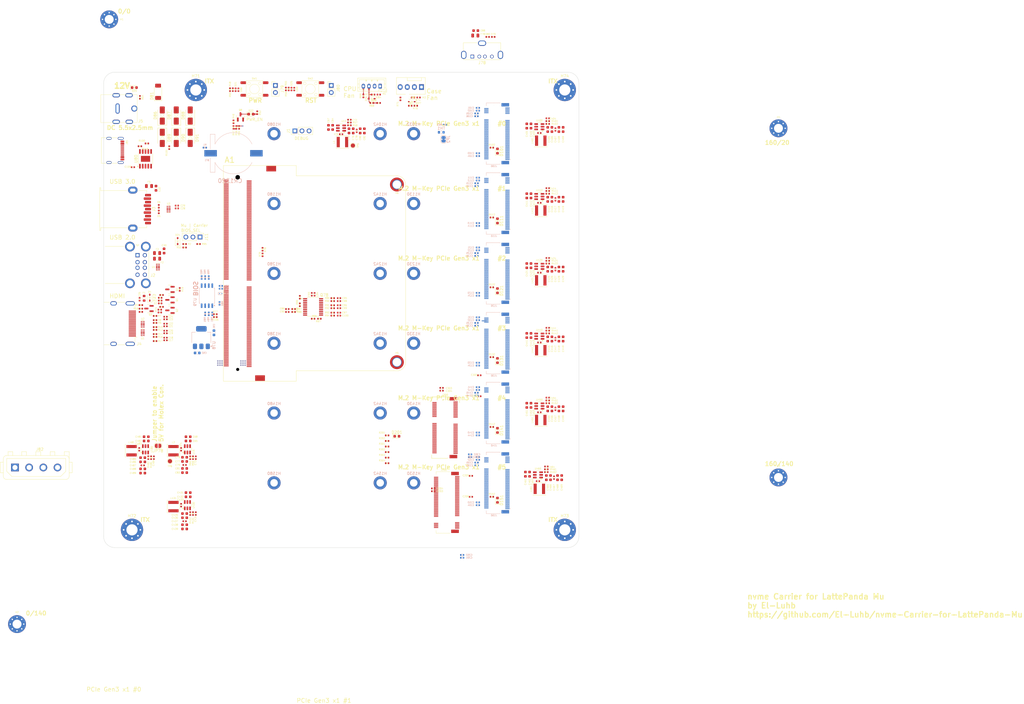
<source format=kicad_pcb>
(kicad_pcb (version 20240108) (generator "pcbnew") (generator_version "8.0")
  (layers (0 "F.Cu" signal) (1 "In1.Cu" power "In1.GND") (2 "In2.Cu" power "In2.PWR") (31 "B.Cu" signal) (34 "B.Paste" user) (35 "F.Paste" user) (36 "B.SilkS" user "B.Silkscreen") (37 "F.SilkS" user "F.Silkscreen") (38 "B.Mask" user) (39 "F.Mask" user) (44 "Edge.Cuts" user))
  (net 0 "")
  (net 1 "/HDMI DP/TCP_0_TX0+")
  (net 3 "/USB/CON_USB3_SSRX_P")
  (net 5 "GND")
  (net 7 "/Fan_Temp/FAN_1_TAC")
  (net 9 "/HDMI DP/TCP_0_TX0-")
  (net 10 "/HDMI DP/DDI_B_TX0+")
  (net 13 "/LattePanda Module/REFCLK3+")
  (net 14 "/LattePanda Module/USB_2_P4+")
  (net 15 "/LattePanda Module/HSIO_3_RX+")
  (net 16 "/HDMI DP/DDI_B_TX1+")
  (net 18 "/HDMI DP/DDI_B_TX3-")
  (net 21 "/LattePanda Module/HSIO_9_TX+")
  (net 22 "/LattePanda Module/HSIO_6_RX+")
  (net 24 "/HDMI DP/DDI_B_TX2+")
  (net 28 "/HDMI DP/TCP_0_TXRX0-")
  (net 29 "/HDMI DP/TCP_0_HPD")
  (net 31 "/HDMI DP/TCP_0_AUX+")
  (net 33 "/LattePanda Module/REFCLK0-")
  (net 35 "/LattePanda Module/HSIO_8_RX+")
  (net 38 "/USB/CON_USB1_D_N")
  (net 39 "/HDMI DP/DDI_B_DDC_SCL")
  (net 40 "/LattePanda Module/REFCLK4+")
  (net 41 "/LattePanda Module/HSIO_3_TX+")
  (net 44 "/LattePanda Module/SLS_S3")
  (net 47 "/USB/CON_USB1_D_P")
  (net 49 "/LattePanda Module/HSIO_2_RX-")
  (net 53 "/LattePanda Module/HSIO_1_TX+")
  (net 54 "/LattePanda Module/HSIO_1_RX+")
  (net 55 "/HDMI DP/TCP_0_TXRX0+")
  (net 57 "/Fan_Temp/FAN_1_PWM")
  (net 60 "/LattePanda Module/REFCLK0+")
  (net 62 "/LattePanda Module/HSIO_11_TX+")
  (net 63 "/USB/CON_USB2_D_P")
  (net 64 "/LattePanda Module/REFCLK3-")
  (net 65 "/LattePanda Module/HSIO_8_TX+")
  (net 67 "/LattePanda Module/HSIO_11_RX-")
  (net 71 "/LattePanda Module/CLKREQ3")
  (net 72 "+BATT")
  (net 73 "/LattePanda Module/REFCLK4-")
  (net 74 "/HDMI DP/DDI_B_TX2-")
  (net 75 "/~{PWR_LED}{slash}~{PSON}")
  (net 78 "/LattePanda Module/HSIO_9_TX-")
  (net 79 "/LattePanda Module/HSIO_8_RX-")
  (net 83 "/LattePanda Module/HSIO_2_TX+")
  (net 84 "/LattePanda Module/REFCLK1+")
  (net 85 "Net-(A1-TCP1_HPD)")
  (net 87 "/LattePanda Module/USB_2_P4-")
  (net 93 "/~{PLT_RST}")
  (net 96 "/HDMI DP/TCP_0_TX1+")
  (net 97 "/HDMI DP/TCP_0_AUX-")
  (net 98 "/LattePanda Module/REFCLK1-")
  (net 99 "/HDMI DP/DDI_B_TX3+")
  (net 100 "/USB/CON_USB2_D_N")
  (net 107 "/LattePanda Module/HSIO_10_TX-")
  (net 108 "/LattePanda Module/HSIO_8_TX-")
  (net 109 "/LattePanda Module/HSIO_2_TX-")
  (net 111 "/USB/CON_USB3_SSRX_N")
  (net 112 "/LattePanda Module/HSIO_11_RX+")
  (net 113 "/LattePanda Module/HSIO_1_RX-")
  (net 115 "/LattePanda Module/~{PWR_SW}")
  (net 120 "/HDMI DP/TCP_0_TX1-")
  (net 121 "/LattePanda Module/HSIO_1_TX-")
  (net 123 "/LattePanda Module/HSIO_9_RX-")
  (net 124 "/HDMI DP/TCP_0_TXRX1+")
  (net 125 "Net-(A1-SIO_UART_RX)")
  (net 128 "/HDMI DP/DDI_B_TX0-")
  (net 129 "/USB/CON_USB3_D_N")
  (net 131 "/HDMI DP/DDI_B_TX1-")
  (net 132 "/LattePanda Module/HSIO_6_RX-")
  (net 137 "/LattePanda Module/HSIO_10_TX+")
  (net 138 "/LattePanda Module/HSIO_10_RX-")
  (net 139 "/LattePanda Module/HSIO_0_TX+")
  (net 140 "/USB/CON_USB3_D_P")
  (net 145 "/LattePanda Module/HSIO_3_TX-")
  (net 150 "/~{WAKE}")
  (net 152 "/LattePanda Module/~{RST_SW}")
  (net 153 "/LattePanda Module/HSIO_11_TX-")
  (net 156 "/USB/CON_USB3_SSTX_N")
  (net 157 "/HDMI DP/DDI_B_DDC_SDA")
  (net 159 "/LattePanda Module/HSIO_10_RX+")
  (net 161 "/LattePanda Module/HSIO_3_RX-")
  (net 162 "/LattePanda Module/HSIO_9_RX+")
  (net 163 "+3V3 Bios")
  (net 164 "/LattePanda Module/HSIO_0_TX-")
  (net 165 "/LattePanda Module/HSIO_6_TX+")
  (net 170 "Net-(A1-~{BIOS_SEL})")
  (net 171 "/LattePanda Module/HSIO_2_RX+")
  (net 172 "/HDMI DP/DDI_B_HPD")
  (net 173 "/LattePanda Module/HSIO_6_TX-")
  (net 174 "/HDMI DP/TCP_0_TXRX1-")
  (net 175 "Net-(BT1-+)")
  (net 176 "/HDMI DP/TMDS_D2+")
  (net 177 "/HDMI DP/TMDS_D2-")
  (net 178 "/HDMI DP/TMDS_D1+")
  (net 179 "/HDMI DP/TMDS_D1-")
  (net 180 "/HDMI DP/TMDS_D0+")
  (net 181 "/HDMI DP/TMDS_D0-")
  (net 182 "/HDMI DP/TMDS_CK+")
  (net 183 "/HDMI DP/TMDS_CK-")
  (net 184 "5V_HDMI_VCC")
  (net 185 "/USB/CON_USB3_SSTX_P")
  (net 186 "+5V")
  (net 187 "+12V")
  (net 188 "Net-(D21-A2)")
  (net 189 "Net-(D25-A2)")
  (net 190 "Net-(U15-BOOST)")
  (net 191 "Net-(U15-SW)")
  (net 192 "Net-(U16-SW)")
  (net 193 "Net-(U16-BOOST)")
  (net 194 "Net-(U15-FB)")
  (net 195 "+3V3")
  (net 196 "Net-(U16-FB)")
  (net 197 "Net-(U400-SW)")
  (net 198 "Net-(U400-BOOST)")
  (net 199 "Net-(U400-FB)")
  (net 200 "+3V3a")
  (net 201 "Net-(U410-BOOST)")
  (net 202 "Net-(U410-SW)")
  (net 203 "+3V3b")
  (net 204 "Net-(U410-FB)")
  (net 205 "Net-(U420-SW)")
  (net 206 "Net-(U420-BOOST)")
  (net 207 "/M.2 M Key/CON_PCIE_TX_0+")
  (net 208 "/M.2 M Key/CON_PCIE_TX_0-")
  (net 209 "Net-(U420-FB)")
  (net 210 "+3V3c")
  (net 211 "/M.2 M Key/CON_PCIE_TX_1+")
  (net 212 "/M.2 M Key/CON_PCIE_TX_1-")
  (net 213 "Net-(U430-BOOST)")
  (net 214 "Net-(U430-SW)")
  (net 215 "Net-(U430-FB)")
  (net 216 "+3V3d")
  (net 217 "/M.2 M Key/CON_PCIE_TX_2+")
  (net 218 "/M.2 M Key/CON_PCIE_TX_2-")
  (net 219 "/M.2 M Key/CON_PCIE_TX_3+")
  (net 220 "/M.2 M Key/CON_PCIE_TX_3-")
  (net 221 "Net-(U440-BOOST)")
  (net 222 "Net-(U440-SW)")
  (net 223 "Net-(U440-FB)")
  (net 224 "Net-(U450-BOOST)")
  (net 225 "Net-(U450-SW)")
  (net 226 "Net-(U450-FB)")
  (net 227 "/M.2 M Key/CON_PCIE_TX_4+")
  (net 228 "/M.2 M Key/CON_PCIE_TX_4-")
  (net 229 "Net-(U460-SW)")
  (net 230 "Net-(U460-BOOST)")
  (net 231 "Net-(U460-FB)")
  (net 232 "/M.2 M Key/CON_PCIE_TX_5+")
  (net 233 "/M.2 M Key/CON_PCIE_TX_5-")
  (net 234 "VDC")
  (net 235 "Net-(U80-VDD)")
  (net 236 "/M.2 E&M-Key/PCIE30_TX0_P")
  (net 237 "Net-(D22-A)")
  (net 238 "Net-(D22-K)")
  (net 239 "Net-(D23-A)")
  (net 240 "VPullup")
  (net 241 "Net-(D26-A)")
  (net 242 "Net-(D101-K)")
  (net 243 "Net-(D101-A)")
  (net 244 "Net-(D111-K)")
  (net 245 "Net-(D111-A)")
  (net 246 "Net-(D121-A)")
  (net 247 "Net-(D121-K)")
  (net 248 "Net-(D131-K)")
  (net 249 "Net-(D131-A)")
  (net 250 "Net-(D141-A)")
  (net 251 "Net-(D141-K)")
  (net 252 "Net-(D151-A)")
  (net 253 "Net-(D151-K)")
  (net 254 "Net-(D27-A)")
  (net 255 "Net-(J4-+5V)")
  (net 256 "Net-(J2-VBUS1)")
  (net 266 "Net-(J2-VBUS2)")
  (net 276 "Net-(J3-VBUS)")
  (net 455 "Net-(M1-PWM)")
  (net 456 "Net-(Q1-D)")
  (net 457 "Net-(Q4-G)")
  (net 458 "Net-(Q4-D)")
  (net 459 "/PSU/PWR_EN")
  (net 460 "Net-(Q8-G)")
  (net 464 "Net-(M2-PWM)")
  (net 465 "/Fan_Temp/FAN_2_TAC")
  (net 466 "/Fan_Temp/FAN_2_PWM")
  (net 467 "/LattePanda Module/CLKREQ4")
  (net 468 "Net-(D78-K)")
  (net 469 "Net-(J78-VBUS)")
  (net 470 "Net-(U480-SW)")
  (net 471 "Net-(U480-BOOST)")
  (net 472 "+5Va")
  (net 473 "Net-(U480-FB)")
  (net 474 "Net-(JP78-B)")
  (net 482 "/BIOS/SPI-IO2")
  (net 483 "/LattePanda Module/REFCLK2-")
  (net 484 "/BIOS/SPI-CS")
  (net 485 "/BIOS/SPI-IO0")
  (net 486 "/BIOS/SPI-IO3")
  (net 487 "/BIOS/SPI_CLK")
  (net 488 "/BIOS/SPI-IO1")
  (net 489 "/LattePanda Module/REFCLK2+")
  (net 490 "/M.2 M Key/REFCLKM3+")
  (net 491 "/M.2 M Key/REFCLKM3-")
  (net 492 "/M.2 M Key/CLKREQM2")
  (net 493 "/M.2 M Key/CLKREQM3")
  (net 494 "Net-(U79-~{CS})")
  (net 495 "Net-(U79-CLK)")
  (net 496 "Net-(U79-DI(IO0))")
  (net 497 "Net-(U79-DO(IO1))")
  (net 498 "Net-(U79-IO2)")
  (net 499 "Net-(U79-IO3)")
  (net 500 "Net-(A1-SIO_UART_TX)")
  (net 501 "Net-(J11-Pin_3)")
  (net 502 "Net-(J11-Pin_1)")
  (net 503 "/M.2 M Key/REFCLKM5+")
  (net 504 "/M.2 M Key/REFCLKM5-")
  (net 505 "/M.2 M Key/REFCLKM2+")
  (net 506 "/M.2 M Key/REFCLKM4+")
  (net 507 "/M.2 M Key/REFCLKM2-")
  (net 508 "/M.2 M Key/REFCLKM4-")
  (net 509 "/M.2 M Key/CLKREQM4")
  (net 510 "/M.2 M Key/CLKREQM5")
  (net 511 "/PCIe CLK Buffer/DIF2+")
  (net 512 "/PCIe CLK Buffer/DIF2-")
  (net 513 "/PCIe CLK Buffer/DIF1-")
  (net 514 "/PCIe CLK Buffer/DIF0+")
  (net 515 "/PCIe CLK Buffer/DIF3+")
  (net 516 "/PCIe CLK Buffer/DIF3-")
  (net 517 "/PCIe CLK Buffer/DIF1+")
  (net 518 "/PCIe CLK Buffer/DIF0-")
  (net 519 "/PCIe CLK Buffer/RDIF3-")
  (net 520 "/PCIe CLK Buffer/RDIF3+")
  (net 521 "/PCIe CLK Buffer/RDIF0-")
  (net 522 "/PCIe CLK Buffer/RDIF1-")
  (net 523 "/PCIe CLK Buffer/RDIF2-")
  (net 524 "/PCIe CLK Buffer/RDIF0+")
  (net 525 "/PCIe CLK Buffer/RDIF1+")
  (net 526 "/PCIe CLK Buffer/RDIF2+")
  (net 527 "/Fan_Temp/TEMP")
  (net 528 "Net-(JP2-B)")
  (net 529 "+3V3e")
  (net 530 "+3V3f")
  (net 531 "+3V3g")
  (net 532 "/M.2 E&M-Key/PCIE30_TX0_N")
  (net 533 "/M.2 E&M-Key/PCIE30_TX1_P")
  (net 534 "/M.2 E&M-Key/PCIE30_TX1_N")
  (net 535 "/HDMI DP/DDC_SCL")
  (net 536 "/HDMI DP/HPD")
  (net 537 "/HDMI DP/DDC_SDA")
  (net 538 "+15V")
  (net 539 "Net-(D201-A)")
  (net 540 "Net-(D201-K)")
  (net 541 "Net-(J81-CC2)")
  (net 542 "Net-(J81-CC1)")
  (net 543 "Net-(U80-DP)")
  (net 544 "Net-(U80-DM)")
  (net 565 "/M.2 E&M-Key/~{CLKREQM}")
  (net 584 "/M.2 E&M-Key/USB_2_P7+")
  (net 588 "/M.2 E&M-Key/~{CLKREQE}")
  (net 603 "Net-(J300-~{W_DISABLE2})")
  (net 610 "Net-(J300-~{W_DISABLE1})")
  (net 613 "/M.2 E&M-Key/USB_2_P7-")
  (net 615 "Net-(J300-SUSCLK)")
  (net 624 "Net-(U80-VBUS)")
  (net 625 "Net-(U80-CFG1)")
  (net 626 "/M.2 E&M-Key/SUSCLK")
  (footprint "A_HDJ_Library:C_0603_1608Metric" (layer "F.Cu") (at 215.246 187.7978 -90)
    (property "Reference" "C466")
    (property "Value" "22uF/10V")
  )
  (footprint "A_HDJ_Library:C_0402_1005Metric" (layer "F.Cu") (at 84.246 183.2478)
    (property "Reference" "C79")
    (property "Value" "100nF/50V")
  )
  (footprint "A_HDJ_Library:C_0402_1005Metric" (layer "F.Cu") (at 216.996 88.1478 90)
    (property "Reference" "C417")
    (property "Value" "100nF/50V")
  )
  (footprint "A_HDJ_Library:C_0402_1005Metric" (layer "F.Cu") (at 214.246 159.1478 180)
    (property "Reference" "C454")
    (property "Value" "12pF/50V")
  )
  (footprint "A_HDJ_Library:C_0402_1005Metric" (layer "F.Cu") (at 189.746 151.1478)
    (property "Reference" "C305")
    (property "Value" "10uF/10V")
  )
  (footprint "Connector_PinHeader_2.54mm:PinHeader_1x03_P2.54mm_Vertical" (layer "F.Cu") (at 123.721 63.6478 90)
    (property "Reference" "J1")
    (property "Value" "Conn_01x03_Pin")
  )
  (footprint "A_HDJ_Library:D_SOD-323" (layer "F.Cu") (at 151.196 52.1478 180)
    (property "Reference" "D26")
    (property "Value" "1N5819WS")
  )
  (footprint "A_HDJ_Library:C_0603_1608Metric" (layer "F.Cu") (at 213.746 187.7978 -90)
    (property "Reference" "C465")
    (property "Value" "22uF/10V")
  )
  (footprint "A_HDJ_Library:TSOT-23-6" (layer "F.Cu") (at 140.246 62.6478 180)
    (property "Reference" "U15")
    (property "Value" "SY8253ADC")
  )
  (footprint "A_HDJ_Library:C_0402_1005Metric" (layer "F.Cu") (at 68.126 123.9178 90)
    (property "Reference" "C25")
    (property "Value" "100nF/50V")
  )
  (footprint "A_HDJ_Library:R_0402_1005Metric" (layer "F.Cu") (at 137.2685 124.5728 180)
    (property "Reference" "R90")
    (property "Value" "33R/5%")
  )
  (footprint "Package_SO:TSSOP-20_4.4x6.5mm_P0.65mm" (layer "F.Cu") (at 130.246 126.6478)
    (property "Reference" "Q78")
    (property "Value" "9DBL411BGLFT")
  )
  (footprint "A_HDJ_Library:R_0402_1005Metric" (layer "F.Cu") (at 86.246 180.6478 90)
    (property "Reference" "R60")
    (property "Value" "22K/1%")
  )
  (footprint "A_HDJ_Library:C_0402_1005Metric" (layer "F.Cu") (at 168.006 51.6978)
    (property "Reference" "C85")
    (property "Value" "100nF/50V")
  )
  (footprint "A_HDJ_Library:C_0402_1005Metric" (layer "F.Cu") (at 214.246 109.1478 180)
    (property "Reference" "C424")
    (property "Value" "12pF/50V")
  )
  (footprint "A_HDJ_Library:SOT-23" (layer "F.Cu") (at 78.996 124.1478 180)
    (property "Reference" "Q1")
    (property "Value" "2N7002")
  )
  (footprint "A_HDJ_Library:C_0603_1608Metric" (layer "F.Cu") (at 73.996 84.1728 90)
    (property "Reference" "C32")
    (property "Value" "22uF/10V")
  )
  (footprint "A_HDJ_Library:C_0402_1005Metric" (layer "F.Cu") (at 143.246 59.6478 180)
    (property "Reference" "C72")
    (property "Value" "12pF/50V")
  )
  (footprint "A_HDJ_Library:TSOT-23-6" (layer "F.Cu") (at 210.746 186.7978 180)
    (property "Reference" "U460")
    (property "Value" "SY8253ADC")
  )
  (footprint "A_HDJ_Library:R_0402_1005Metric" (layer "F.Cu") (at 137.2685 123.5228)
    (property "Reference" "R89")
    (property "Value" "33R/5%")
  )
  (footprint "A_HDJ_Library:R_0402_1005Metric" (layer "F.Cu") (at 75.486 123.3978 180)
    (property "Reference" "R6")
    (property "Value" "21.5K/1%")
  )
  (footprint "A_HDJ_Library:C_0603_1608Metric" (layer "F.Cu") (at 219.246 187.7978 -90)
    (property "Reference" "C469")
    (property "Value" "22uF/10V")
  )
  (footprint "A_HDJ_Library:C_0402_1005Metric" (layer "F.Cu") (at 77.416 135.182799 180)
    (property "Reference" "C20")
    (property "Value" "100nF/50V")
  )
  (footprint "A_HDJ_Library:C_0402_1005Metric" (layer "F.Cu") (at 216.996 63.1478 90)
    (property "Reference" "C407")
    (property "Value" "100nF/50V")
  )
  (footprint "A_HDJ_Library:C_0402_1005Metric" (layer "F.Cu") (at 88.246 200.6478 90)
    (property "Reference" "C434")
    (property "Value" "12pF/50V")
  )
  (footprint "A_HDJ_Library:C_0402_1005Metric" (layer "F.Cu") (at 67.996 177.6478 -90)
    (property "Reference" "C483")
    (property "Value" "100nF/50V")
  )
  (footprint "A_HDJ_Library:R_0402_1005Metric" (layer "F.Cu") (at 214.246 136.1478 180)
    (property "Reference" "R442")
    (property "Value" "22K/1%")
  )
  (footprint "A_HDJ_Library:R_0402_1005Metric" (layer "F.Cu") (at 214.246 110.1478)
    (property "Reference" "R421")
    (property "Value" "100K/1%")
  )
  (footprint "A_HDJ_Library:C_0402_1005Metric" (layer "F.Cu") (at 103.496 48.9178 90)
    (property "Reference" "C66")
    (property "Value" "1uF/16V")
  )
  (footprint "A_HDJ_Library:L_Sunlord_SWPA4020S" (layer "F.Cu") (at 211.246 191.7978)
    (property "Reference" "L461")
    (property "Value" "2.2uH/4.3A")
  )
  (footprint "A_HDJ_Library:D_SMA" (layer "F.Cu") (at 86.246 58.1478 90)
    (property "Reference" "D88")
    (property "Value" "SS54")
  )
  (footprint "A_HDJ_Library:C_0402_1005Metric" (layer "F.Cu") (at 123.496 48.6678 90)
    (property "Reference" "C69")
    (property "Value" "1uF/16V")
  )
  (footprint "A_HDJ_Library:D_0402_1005Metric" (layer "F.Cu") (at 74.996 92.6478 90)
    (property "Reference" "D5")
    (property "Value" "ESD5V0B03")
  )
  (footprint "A_HDJ_Library:R_0402_1005Metric" (layer "F.Cu") (at 95.246 129.2728 180)
    (property "Reference" "R77")
    (property "Value" "100K/1%")
  )
  (footprint "A_HDJ_Library:C_0603_1608Metric" (layer "F.Cu") (at 206.746 161.8978 -90)
    (property "Reference" "C451")
    (property "Value" "22uF/16V")
  )
  (footprint "A_HDJ_Library:C_0603_1608Metric" (layer "F.Cu") (at 214.246 163.1478 -90)
    (property "Reference" "C455")
    (property "Value" "22uF/10V")
  )
  (footprint "A_HDJ_Library:C_0402_1005Metric" (layer "F.Cu") (at 73.246 180.6478 90)
    (property "Reference" "C484")
    (property "Value" "12pF/50V")
  )
  (footprint "A_HDJ_Library:R_0603_1608Metric" (layer "F.Cu") (at 69.746 123.5728 90)
    (property "Reference" "F1")
    (property "Value" "6V/50mA")
  )
  (footprint "A_HDJ_Library:R_0402_1005Metric" (layer "F.Cu") (at 101.496 48.8878 90)
    (property "Reference" "R50")
    (property "Value" "10K/1%")
  )
  (footprint "A_HDJ_Library:C_0402_1005Metric" (layer "F.Cu") (at 189.746 158.6478)
    (property "Reference" "C306")
    (property "Value" "100nF/50V")
  )
  (footprint "A_HDJ_Library:C_0402_1005Metric" (layer "F.Cu") (at 129.7685 122.1478 90)
    (property "Reference" "C93")
    (property "Value" "22uF/6.3V")
  )
  (footprint "A_HDJ_Library:D_0402_1005Metric" (layer "F.Cu") (at 192.746 30.0028)
    (property "Reference" "D80")
    (property "Value" "ESD5V0B03")
  )
  (footprint "A_HDJ_Library:C_0603_1608Metric" (layer "F.Cu") (at 219.746 63.1478 -90)
    (property "Reference" "C409")
    (property "Value" "22uF/10V")
  )
  (footprint "A_HDJ_Library:D_SMA" (layer "F.Cu") (at 76.246 66.1478 -90)
    (property "Reference" "D89")
    (property "Value" "SS54")
  )
  (footprint "A_HDJ_Library:C_0603_1608Metric" (layer "F.Cu") (at 84.246 180.4978 180)
    (property "Reference" "C75")
    (property "Value" "22uF/10V")
  )
  (footprint "A_HDJ_Library:R_0402_1005Metric" (layer "F.Cu") (at 89.246 104.1478)
    (property "Reference" "R95")
    (property "Value" "10K/1%")
  )
  (footprint "A_HDJ_Library:R_0402_1005Metric" (layer "F.Cu") (at 156.736 178.6378)
    (property "Reference" "R302")
    (property "Value" "0R/1%")
  )
  (footprint "A_HDJ_Library:HDMI_A_Molex_208658-1001_Horizontal" (layer "F.Cu") (at 62.246 132.6478 180)
    (property "Reference" "J4")
    (property "Value" "HDMI_A")
  )
  (footprint "A_HDJ_Library:R_0402_1005Metric" (layer "F.Cu") (at 214.246 85.1478)
    (property "Reference" "R411")
    (property "Value" "100K/1%")
  )
  (footprint "A_HDJ_Library:L_Sunlord_SWPA4020S" (layer "F.Cu") (at 211.746 92.1478)
    (property "Reference" "L411")
    (property "Value" "2.2uH/4.3A")
  )
  (footprint "A_HDJ_Library:C_0603_1608Metric" (layer "F.Cu") (at 207.746 186.5478 -90)
    (property "Reference" "C462")
    (property "Value" "22uF/16V")
  )
  (footprint "A_HDJ_Library:C_0402_1005Metric" (layer "F.Cu") (at 173.246 192.6478 180)
    (property "Reference" "C203")
    (property "Value" "10uF/10V")
  )
  (footprint "A_HDJ_Library:C_0603_1608Metric" (layer "F.Cu") (at 85.496 193.1478 180)
    (property "Reference" "C431")
    (property "Value" "22uF/16V")
  )
  (footprint "A_HDJ_Library:C_0603_1608Metric" (layer "F.Cu") (at 208.246 161.8978 -90)
    (property "Reference" "C452")
    (property "Value" "22uF/16V")
  )
  (footprint "A_HDJ_Library:LED_0603_1608Metric" (layer "F.Cu") (at 196.246 95.8603 90)
    (property "Reference" "D111")
    (property "Value" "LED_G")
  )
  (footprint "A_HDJ_Library:R_0402_1005Metric" (layer "F.Cu") (at 194.246 144.6478 180)
    (property "Reference" "R132")
    (property "Value" "2.2K/1%")
  )
  (footprint "A_HDJ_Library:C_0603_1608Metric" (layer "F.Cu") (at 208.246 111.8978 -90)
    (property "Reference" "C422")
    (property "Value" "22uF/16V")
  )
  (footprint "Package_SO:SSOP-10-1EP_3.9x4.9mm_P1mm_EP2.1x3.3mm" (layer "F.Cu") (at 70.246 73.6478 90)
    (property "Reference" "U80")
    (property "Value" "CH224K")
  )
  (footprint "A_HDJ_Library:C_0603_1608Metric" (layer "F.Cu") (at 215.746 63.1478 -90)
    (property "Reference" "C406")
    (property "Value" "22uF/10V")
  )
  (footprint "A_HDJ_Library:D_0402_1005Metric" (layer "F.Cu") (at 68.596 128.4478)
    (property "Reference" "D3" (hide yes))
    (property "Value" "ESD5V0B03")
  )
  (footprint "A_HDJ_Library:C_0603_1608Metric" (layer "F.Cu") (at 208.246 136.8978 -90)
    (property "Reference" "C442")
    (property "Value" "22uF/16V")
  )
  (footprint "A_HDJ_Library:C_0603_1608Metric" (layer "F.Cu") (at 219.746 88.1478 -90)
    (property "Reference" "C419")
    (property "Value" "22uF/10V")
  )
  (footprint "A_HDJ_Library:R_0402_1005Metric" (layer "F.Cu") (at 121.496 48.6478 90)
    (property "Reference" "R56")
    (property "Value" "10K/1%")
  )
  (footprint "A_HDJ_Library:C_0603_1608Metric" (layer "F.Cu") (at 135.746 62.3978 -90)
    (property "Reference" "C67")
    (property "Value" "22uF/16V")
  )
  (footprint "A_HDJ_Library:C_0402_1005Metric" (layer "F.Cu") (at 69.246 183.3978)
    (property "Reference" "C487")
    (property "Value" "100nF/50V")
  )
  (footprint "MountingHole:MountingHole_4mm_Pad_Via" (layer "F.Cu") (at 65.406 206.4778)
    (property "Reference" "H72")
    (property "Value" "MountingHole_Pad")
  )
  (footprint "A_HDJ_Library:C_0603_1608Metric" (layer "F.Cu") (at 85.496 173.1478 180)
    (property "Reference" "C68")
    (property "Value" "22uF/16V")
  )
  (footprint "A_HDJ_Library:C_0402_1005Metric" (layer "F.Cu") (at 186.746 194.6478)
    (property "Reference" "C206")
    (property "Value" "100nF/50V")
  )
  (footprint "A_HDJ_Library:C_0402_1005Metric" (layer "F.Cu") (at 216.496 187.7978 90)
    (property "Reference" "C467")
    (property "Value" "100nF/50V")
  )
  (footprint "A_HDJ_Library:MountingHole_3mm_M2_Pad_TopOnly" (layer "F.Cu") (at 160.246 146.4478 90)
    (property "Reference" "H5")
    (property "Value" "MountingHole_Pad")
  )
  (footprint "A_HDJ_Library:R_0402_1005Metric" (layer "F.Cu") (at 214.246 135.1478)
    (property "Reference" "R441")
    (property "Value" "100K/1%")
  )
  (footprint "Connector_TE-Connectivity:TE_MATE-N-LOK_350211-1_1x04_P5.08mm_Vertical" (layer "F.Cu") (at 23.506 184.1478)
    (property "Reference" "J82")
    (property "Value" "Conn_01x04")
  )
  (footprint "A_HDJ_Library:R_0402_1005Metric" (layer "F.Cu") (at 165.996 51.6978 180)
    (property "Reference" "R74")
    (property "Value" "4.7K/1%")
  )
  (footprint "A_HDJ_Library:R_0402_1005Metric" (layer "F.Cu") (at 87.246 200.6478 -90)
    (property "Reference" "R431")
    (property "Value" "100K/1%")
  )
  (footprint "A_HDJ_Library:C_0603_1608Metric" (layer "F.Cu") (at 144.596 63.6478 -90)
    (property "Reference" "C76")
    (property "Value" "22uF/10V")
  )
  (footprint "A_HDJ_Library:R_0402_1005Metric" (layer "F.Cu") (at 214.246 161.1478 180)
    (property "Reference" "R452")
    (property "Value" "22K/1%")
  )
  (footprint "A_HDJ_Library:D_SMA" (layer "F.Cu") (at 76.246 58.1478 90)
    (property "Reference" "D86")
    (property "Value" "SS54")
  )
  (footprint "A_HDJ_Library:C_0603_1608Metric" (layer "F.Cu") (at 215.746 163.1478 -90)
    (property "Reference" "C456")
    (property "Value" "22uF/10V")
  )
  (footprint "A_HDJ_Library:D_0402_1005Metric" (layer "F.Cu") (at 122.496 48.6628 -90)
    (property "Reference" "D25")
    (property "Value" "ESD5V0B03")
  )
  (footprint "A_HDJ_Library:LED_0603_1608Metric" (layer "F.Cu") (at 196.246 120.8603 90)
    (property "Reference" "D121")
    (property "Value" "LED_G")
  )
  (footprint "A_HDJ_Library:R_0402_1005Metric" (layer "F.Cu") (at 68.246 69.1478 180)
    (property "Reference" "R116")
    (property "Value" "56K/1%")
  )
  (footprint "A_HDJ_Library:R_0402_1005Metric" (layer "F.Cu") (at 123.2685 128.4728 180)
    (property "Reference" "R88")
    (property "Value" "33R/5%")
  )
  (footprint "A_HDJ_Library:C_0603_1608Metric" (layer "F.Cu") (at 206.246 186.5478 -90)
    (property "Reference" "C461")
    (property "Value" "22uF/16V")
  )
  (footprint "A_HDJ_Library:DC_Jack_DC007B_30V_10A" (layer "F.Cu") (at 54.246 55.6478 90)
    (property "Reference" "J5")
    (property "Value" "Barrel_Jack_Switch")
  )
  (footprint "A_HDJ_Library:D_SOD-323" (layer "F.Cu") (at 71.746 123.3478 90)
    (property "Reference" "D4")
    (property "Value" "1N5819WS")
  )
  (footprint "A_HDJ_Library:C_0603_1608Metric" (layer "F.Cu") (at 219.746 163.1478 -90)
    (property "Reference" "C459")
    (property "Value" "22uF/10V")
  )
  (footprint "A_HDJ_Library:C_0603_1608Metric" (layer "F.Cu") (at 84.246 206.1478 180)
    (property "Reference" "C439")
    (property "Value" "22uF/10V")
  )
  (footprint "A_HDJ_Library:C_0603_1608Metric" (layer "F.Cu") (at 214.246 113.1478 -90)
    (property "Reference" "C425")
    (property "Value" "22uF/10V")
  )
  (footprint "A_HDJ_Library:R_0402_1005Metric" (layer "F.Cu") (at 156.736 180.6278)
    (property "Reference" "R303")
    (property "Value" "10K/1%")
  )
  (footprint "A_HDJ_Library:R_0402_1005Metric" (layer "F.Cu") (at 148.246 51.1478 90)
    (property "Reference" "R69")
    (property "Value" "100R/1%")
  )
  (footprint "A_HDJ_Library:R_0402_1005Metric" (layer "F.Cu") (at 214.246 61.1478 180)
    (property "Reference" "R402")
    (property "Value" "22K/1%")
  )
  (footprint "A_HDJ_Library:C_0402_1005Metric" (layer "F.Cu") (at 77.416 138.602799 180)
    (property "Reference" "C17")
    (property "Value" "100nF/50V")
  )
  (footprint "A_HDJ_Library:LED_0603_1608Metric" (layer "F.Cu") (at 160.236 172.9678)
    (property "Reference" "D201")
    (property "Value" "LED_G")
  )
  (footprint "A_HDJ_Library:R_0402_1005Metric" (layer "F.Cu") (at 75.996 122.3978)
    (property "Reference" "R4")
    (property "Value" "1M/1%")
  )
  (footprint "A_HDJ_Library:C_0603_1608Metric" (layer "F.Cu") (at 218.246 113.1478 -90)
    (property "Reference" "C428")
    (property "Value" "22uF/10V")
  )
  (footprint "A_HDJ_Library:L_Sunlord_SWPA4020S" (layer "F.Cu") (at 140.746 67.6478)
    (property "Reference" "L1")
    (property "Value" "2.2uH/4.3A")
  )
  (footprint "A_HDJ_Library:R_0402_1005Metric" (layer "F.Cu") (at 73.666 133.892799)
    (property "Reference" "R10")
    (property "Value" "470R/1%")
  )
  (footprint "A_HDJ_Library:R_0402_1005Metric" (layer "F.Cu") (at 73.666 136.392799)
    (property "Reference" "R14")
    (property "Value" "470R/1%")
  )
  (footprint "A_HDJ_Library:R_0402_1005Metric" (layer "F.Cu") (at 161.506 52.1978 90)
    (property "Reference" "R71")
    (property "Value" "100R/1%")
  )
  (footprint "A_HDJ_Library:C_0402_1005Metric" (layer "F.Cu") (at 173.246 191.6478 180)
    (property "Reference" "C204")
    (property "Value" "100nF/50V")
  )
  (footprint "A_HDJ_Library:D_SOD-323" (layer "F.Cu") (at 81.746 103.0978 90)
    (property "Reference" "D24")
    (property "Value" "3V3 Izt=5mA")
  )
  (footprint "A_HDJ_Library:Diodes_UDFN-10_1.0x2.5mm_P0.5mm" (layer "F.Cu") (at 74.688316 112.3978 180)
    (property "Reference" "U4")
    (property "Value" "ULC0524P")
  )
  (footprint "A_HDJ_Library:C_0603_1608Metric" (layer "F.Cu") (at 206.746 86.8978 -90)
    (property "Reference" "C411")
    (property "Value" "22uF/16V")
  )
  (footprint "A_HDJ_Library:SW_Push_6x6x6" (layer "F.Cu") (at 129.246 48.6478 180)
    (property "Reference" "SW2")
    (property "Value" "SW_Push")
  )
  (footprint "A_HDJ_Library:C_0402_1005Metric" (layer "F.Cu") (at 81.496 91.3978 180)
    (property "Reference" "C28")
    (property "Value" "100nF/50V")
  )
  (footprint "A_HDJ_Library:C_0402_1005Metric" (layer "F.Cu") (at 84.246 203.3978)
    (property "Reference" "C437")
    (property "Value" "100nF/50V")
  )
  (footprint "A_HDJ_Library:LED_0603_1608Metric" (layer "F.Cu") (at 196.246 195.8603 90)
    (property "Reference" "D151")
    (property "Value" "LED_G")
  )
  (footprint "A_HDJ_Library:C_0402_1005Metric" (layer "F.Cu") (at 211.246 114.3978)
    (property "Reference" "C423")
    (property "Value" "100nF/50V")
  )
  (footprint "A_HDJ_Library:R_0402_1005Metric" (layer "F.Cu") (at 84.246 105.3978 180)
    (property "Reference" "R53")
    (property "Value" "2.2K/1%")
  )
  (footprint "A_HDJ_Library:USB_A_CUI_UJ2-ADH-TH_Horizontal_Stacked" (layer "F.Cu") (at 67.388316 108.147798)
    (property "Reference" "J2")
    (property "Value" "USB_A_Stacked")
  )
  (footprint "A_HDJ_Library:C_0402_1005Metric" (layer "F.Cu") (at 121.0185 128.4728)
    (property "Reference" "C90")
    (property "Value" "0.1uF/16V")
  )
  (footprint "A_HDJ_Library:C_0402_1005Metric" (layer "F.Cu") (at 77.416 136.102799 180)
    (property "Reference" "C19")
    (property "Value" "100nF/50V")
  )
  (footprint "A_HDJ_Library:C_0603_1608Metric" (layer "F.Cu") (at 147.096 63.6478 -90)
    (property "Reference" "C80")
    (property "Value" "22uF/10V")
  )
  (footprint "A_HDJ_Library:L_Sunlord_SWPA4020S" (layer "F.Cu") (at 80.246 198.1478 -90)
    (property "Reference" "L431")
    (property "Value" "2.2uH/4.3A")
  )
  (footprint "A_HDJ_Library:R_0402_1005Metric" (layer "F.Cu") (at 167.016 54.6478)
    (property "Reference" "R67")
    (property "Value" "21.5K/1%")
  )
  (footprint "A_HDJ_Library:C_0603_1608Metric" (layer "F.Cu") (at 214.246 88.1478 -90)
    (property "Reference" "C415")
    (property "Value" "22uF/10V")
  )
  (footprint "A_HDJ_Library:R_0402_1005Metric" (layer "F.Cu") (at 137.2685 129.7728 180)
    (property "Reference" "R94")
    (property "Value" "33R/5%")
  )
  (footprint "A_HDJ_Library:L_Sunlord_SWPA4020S" (layer "F.Cu") (at 211.746 117.1478)
    (property "Reference" "L421")
    (property "Value" "2.2uH/4.3A")
  )
  (footprint "A_HDJ_Library:C_0603_1608Metric" (layer "F.Cu") (at 206.746 61.8978 -90)
    (property "Reference" "C401")
    (property "Value" "22uF/16V")
  )
  (footprint "A_HDJ_Library:C_0603_1608Metric" (layer "F.Cu") (at 69.246 182.1478 180)
    (property "Reference" "C486")
    (property "Value" "22uF/10V")
  )
  (footprint "A_HDJ_Library:R_0402_1005Metric" (layer "F.Cu") (at 213.746 185.7978 180)
    (property "Reference" "R462")
    (property "Value" "22K/1%")
  )
  (footprint "A_HDJ_Library:C_0603_1608Metric" (layer "F.Cu") (at 208.246 61.8978 -90)
    (property "Reference" "C402")
    (property "Value" "22uF/16V")
  )
  (footprint "MountingHole:MountingHole_4mm_Pad_Via" (layer "F.Cu") (at 88.266 48.9978)
    (property "Reference" "H71")
    (property "Value" "MountingHole_Pad")
  )
  (footprint "A_HDJ_Library:PCIe_M.2_Connectors_P=0.5mm_H=4.2mm_KeyE" (layer "F.Cu") (at 181.246 160.6478 -90)
    (property "Reference" "J300")
    (property "Value" "Bus_M.2_Socket_E" (hide yes))
  )
  (footprint "Connector_PinHeader_2.54mm:PinHeader_1x03_P2.54mm_Vertical" (layer "F.Cu") (at 89.771 101.6478 -90)
    (property "Reference" "J11")
    (property "Value" "Conn_01x03_Pin")
  )
  (footprint "A_HDJ_Library:D_SOD-323" (layer "F.Cu") (at 165.556 53.1978 180)
    (property "Reference" "D27")
    (property "Value" "1N5819WS")
  )
  (footprint "A_HDJ_Library:Fuse_0805_2012Metric" (layer "F.Cu") (at 71.496 83.3978 180)
    (property "Reference" "F5")
    (property "Value" "6V/2A")
  )
  (footprint "A_HDJ_Library:L_Sunlord_SWPA4020S" (layer "F.Cu") (at 211.746 167.1478)
    (property "Reference" "L451")
    (property "Value" "2.2uH/4.3A")
  )
  (footprint "A_HDJ_Library:R_0402_1005Metric" (layer "F.Cu") (at 151.256 53.6478)
    (property "Reference" "R68")
    (property "Value" "21.5K/1%")
  )
  (footprint "A_HDJ_Library:R_0402_1005Metric" (layer "F.Cu") (at 194.246 94.6478 180)
    (property "Reference" "R112")
    (property "Value" "2.2K/1%")
  )
  (footprint "A_HDJ_Library:C_0603_1608Metric" (layer "F.Cu") (at 214.246 138.1478 -90)
    (property "Reference" "C445")
    (property "Value" "22uF/10V")
  )
  (footprint "A_HDJ_Library:C_0402_1005Metric" (layer "F.Cu") (at 153.766 50.6478)
    (property "Reference" "C84")
    (property "Value" "100nF/50V")
  )
  (footprint "A_HDJ_Library:C_0402_1005Metric" (layer "F.Cu") (at 213.746 183.7978 180)
    (property "Reference" "C464")
    (property "Value" "12pF/50V")
  )
  (footprint "A_HDJ_Library:JST_PH_B4B-PH-K_1x04_P2.00mm_Vertical" (layer "F.Cu") (at 154.246 47.6478 180)
    (property "Reference" "M1")
    (property "Value" "Fan_4pin")
  )
  (footprint "A_HDJ_Library:R_0402_1005Metric" (layer "F.Cu") (at 137.2685 128.7228)
    (property "Reference" "R93")
    (property "Value" "33R/5%")
  )
  (footprint "A_HDJ_Library:R_0402_1005Metric" (layer "F.Cu") (at 130.246 130.8978 180)
    (property "Reference" "R97")
    (property "Value" "100K/1%")
  )
  (footprint "A_HDJ_Library:C_0603_1608Metric" (layer "F.Cu") (at 84.246 185.9978 180)
    (property "Reference" "C83")
    (property "Value" "22uF/10V")
  )
  (footprint "A_HDJ_Library:R_0402_1005Metric" (layer "F.Cu") (at 78.746 69.6478 90)
    (property "Reference" "R101")
    (property "Value" "1K/1%")
  )
  (footprint "A_HDJ_Library:TestPoint_Pad_D1.5mm" (layer "F.Cu") (at 144.496 68.8978 90)
    (property "Reference" "TP5")
    (property "Value" "TestPoint")
  )
  (footprint "A_HDJ_Library:C_0603_1608Metric" (layer "F.Cu") (at 214.246 63.1478 -90)
    (property "Reference" "C405")
    (property "Value" "22uF/10V")
  )
  (footprint "A_HDJ_Library:PCIe_M.2_Connectors_P=0.5mm_H=4.2mm_KeyM" (layer "F.Cu") (at 178.246 196.6478 -90)
    (property "Reference" "J200")
    (property "Value" "Bus_M.2_Socket_M" (hide yes))
  )
  (footprint "A_HDJ_Library:C_0402_1005Metric" (layer "F.Cu") (at 216.996 138.1478 90)
    (property "Reference" "C447")
    (property "Value" "100nF/50V")
  )
  (footprint "A_HDJ_Library:D_0402_1005Metric" (layer "F.Cu") (at 194.746 30.0028 180)
    (property "Reference" "D79")
    (property "Value" "ESD5V0B03")
  )
  (footprint "A_HDJ_Library:SOT-23" (layer "F.Cu") (at 78.996 127.8978 180)
    (property "Reference" "Q2")
    (property "Value" "2SK3018")
  )
  (footprint "A_HDJ_Library:R_0402_1005Metric" (layer "F.Cu") (at 156.736 172.6678)
    (property "Reference" "R201")
    (property "Value" "2.2K/1%")
  )
  (footprint "A_HDJ_Library:C_0603_1608Metric" (layer "F.Cu") (at 219.746 113.1478 -90)
    (property "Reference" "C429")
    (property "Value" "22uF/10V")
  )
  (footprint "A_HDJ_Library:C_0603_1608Metric" (layer "F.Cu") (at 70.496 173.1478 180)
    (property "Reference" "C481")
    (property "Value" "22uF/16V")
  )
  (footprint "A_HDJ_Library:R_0402_1005Metric" (layer "F.Cu") (at 95.246 130.2978 180)
    (property "Reference" "R106")
    (property "Value" "100K/1%")
  )
  (footprint "A_HDJ_Library:D_0402_1005Metric" (layer "F.Cu") (at 75.481 125.3978 180)
    (property "Reference" "D2")
    (property "Value" "ESD5V0B03")
  )
  (footprint "A_HDJ_Library:TSOT-23-6" (layer "F.Cu") (at 211.246 112.1478 180)
    (property "Reference" "U420")
    (property "Value" "SY8253ADC")
  )
  (footprint "A_HDJ_Library:MountingHole_3.2mm_M3_Pad_Via" (layer "F.Cu") (at 24.246 240.223 90)
    (property "Reference" "H2")
    (property "Value" "MountingHole_Pad")
  )
  (footprint "A_HDJ_Library:R_0402_1005Metric" (layer "F.Cu") (at 103.746 62.3978 90)
    (property "Reference" "R51")
    (property "Value" "100K/1%")
  )
  (footprint "A_HDJ_Library:R_0402_1005Metric" (layer "F.Cu") (at 68.596 127.2978)
    (property "Reference" "R18")
    (property "Value" "2.2K/1%")
  )
  (footprint "A_HDJ_Library:C_0603_1608Metric" (layer "F.Cu") (at 215.746 138.1478 -90)
    (property "Reference" "C446")
    (property "Value" "22uF/10V")
  )
  (footprint "A_HDJ_Library:C_0402_1005Metric" (layer "F.Cu") (at 176.246 155.6478 180)
    (property "Reference" "C303")
    (property "Value" "10uF/10V")
  )
  (footprint "A_HDJ_Library:C_0402_1005Metric" (layer "F.Cu") (at 176.246 156.6478 180)
    (property "Reference" "C304")
    (property "Value" "100nF/50V")
  )
  (footprint "A_HDJ_Library:C_0402_1005Metric" (layer "F.Cu") (at 82.996 197.6478 -90)
    (property "Reference" "C433")
    (property "Value" "100nF/50V")
  )
  (footprint "A_HDJ_Library:C_0603_1608Metric" (layer "F.Cu") (at 69.246 184.6478 180)
    (property "Reference" "C488")
    (property "Value" "22uF/10V")
  )
  (footprint "A_HDJ_Library:C_0603_1608Metric" (layer "F.Cu") (at 84.246 200.6478 180)
    (property "Reference" "C435")
    (property "Value" "22uF/10V")
  )
  (footprint "A_HDJ_Library:R_0402_1005Metric" (layer "F.Cu") (at 194.246 69.6478 180)
    (property "Reference" "R102")
    (property "Value" "2.2K/1%")
  )
  (footprint "A_HDJ_Library:MountingHole_3.2mm_M3_Pad_Via" (layer "F.Cu") (at 296.846 187.723 90)
    (property "Reference" "H3")
    (property "Value" "MountingHole_Pad")
  )
  (footprint "Connector_PinHeader_2.54mm:PinHeader_1x02_P2.54mm_Vertical" (layer "F.Cu") (at 136.746 47.3728)
    (property "Reference" "J80")
    (property "Value" "Conn_01x02_Pin")
  )
  (footprint "A_HDJ_Library:C_0402_1005Metric" (layer "F.Cu") (at 77.416 137.682799 180)
    (property "Reference" "C18")
    (property "Value" "100nF/50V")
  )
  (footprint "A_HDJ_Library:R_0402_1005Metric" (layer "F.Cu") (at 112.146 108.0228 -90)
    (property "Reference" "R78")
    (property "Value" "100K/1%")
  )
  (footprint "A_HDJ_Library:R_0402_1005Metric" (layer "F.Cu") (at 125.496 125.8978 90)
    (property "Reference" "R98")
    (property "Value" "100K/1%")
  )
  (footprint "A_HDJ_Library:C_0603_1608Metric" (layer "F.Cu") (at 218.246 88.1478 -90)
    (property "Reference" "C418")
    (property "Value" "22uF/10V")
  )
  (footprint "A_HDJ_Library:LED_0603_1608Metric" (layer "F.Cu") (at 196.246 70.8603 90)
    (property "Reference" "D101")
    (property "Value" "LED_G")
  )
  (footprint "A_HDJ_Library:R_0402_1005Metric" (layer "F.Cu") (at 71.246 180.6478 90)
    (property "Reference" "R482")
    (property "Value" "10K/1%")
  )
  (footprint "A_HDJ_Library:R_0402_1005Metric" (layer "F.Cu") (at 214.246 160.1478)
    (property "Reference" "R451")
    (property "Value" "100K/1%")
  )
  (footprint "A_HDJ_Library:D_SMA" (layer "F.Cu") (at 81.246 66.1478 -90)
    (property "Reference" "D90")
    (property "Value" "SS54")
  )
  (footprint "A_HDJ_Library:D_0402_1005Metric" (layer "F.Cu") (at 75.377 128.6478)
    (property "Reference" "D1" (hide yes))
    (property "Value" "ESD5V0B03")
  )
  (footprint "A_HDJ_Library:R_0402_1005Metric" (layer "F.Cu") (at 156.736 174.6578)
    (property "Reference" "R202")
    (property "Value" "0R/1%")
  )
  (footprint "A_HDJ_Library:C_0603_1608Metric" (layer "F.Cu") (at 188.471 27.7528)
    (property "Reference" "C88")
    (property "Value" "22uF/10V")
  )
  (footprint "A_HDJ_Library:C_0402_1005Metric" (layer "F.Cu") (at 139.5185 123.5228)
    (property "Reference" "C95")
    (property "Value" "0.1uF/16V")
  )
  (footprint "A_HDJ_Library:R_0402_1005Metric" (layer "F.Cu") (at 153.736 53.6478)
    (property "Reference" "R66")
    (property "Value" "21.5K/1%")
  )
  (footprint "A_HDJ_Library:C_0402_1005Metric" (layer "F.Cu") (at 77.416 131.103799 180)
    (property "Reference" "C23")
    (property "Value" "100nF/50V")
  )
  (footprint "A_HDJ_Library:C_0402_1005Metric" (layer "F.Cu") (at 139.5185 126.0728)
    (property "Reference" "C96")
    (property "Value" "0.1uF/16V")
  )
  (footprint "A_HDJ_Library:MountingHole_3mm_M2_Pad_TopOnly" (layer "F.Cu") (at 160.246 82.8478 90)
    (property "Reference" "H6")
    (property "Value" "MountingHole_Pad")
  )
  (footprint "A_HDJ_Library:C_0402_1005Metric" (layer "F.Cu") (at 139.5185 128.7228)
    (property "Reference" "C97")
    (property "Value" "0.1uF/16V")
  )
  (footprint "A_HDJ_Library:Diodes_UDFN-10_1.0x2.5mm_P0.5mm" (layer "F.Cu") (at 78.496 91.6478)
    (property "Reference" "U3")
    (property "Value" "ULC0524P")
  )
  (footprint "A_HDJ_Library:R_0402_1005Metric" (layer "F.Cu") (at 137.2685 127.1228 180)
    (property "Reference" "R92")
    (property "Value" "33R/5%")
  )
  (footprint "MountingHole:MountingHole_4mm_Pad_Via" (layer "F.Cu") (at 220.346 206.4778)
    (property "Reference" "H73")
    (property "Value" "MountingHole_Pad")
  )
  (footprint "A_HDJ_Library:R_0402_1005Metric" (layer "F.Cu") (at 75.486 124.3978 180)
    (property "Reference" "R11")
    (property "Value" "1K/1%")
  )
  (footprint "A_HDJ_Library:R_0402_1005Metric" (layer "F.Cu") (at 125.496 123.2078 90)
    (property "Reference" "R99")
    (property "Value" "100K/1%")
  )
  (footprint "A_HDJ_Library:USB_C_Receptacle_G-Switch_GT-USB-7010ASV" (layer "F.Cu") (at 58.246 70.6478 -90)
    (property "Reference" "J81")
    (property "Value" "USB_C_Receptacle_USB2.0_14P")
  )
  (footprint "A_HDJ_Library:R_0402_1005Metric" (layer "F.Cu") (at 68.5985 126.012799)
    (property "Reference" "R3")
    (property "Value" "2.2K/1%")
  )
  (footprint "A_HDJ_Library:R_0402_1005Metric" (layer "F.Cu") (at 73.666 132.392799)
    (property "Reference" "R9")
    (property "Value" "470R/1%")
  )
  (footprint "A_HDJ_Library:C_0603_1608Metric" (layer "F.Cu") (at 148.596 63.6478 -90)
    (property "Reference" "C82")
    (property "Value" "22uF/10V")
  )
  (footprint "A_HDJ_Library:C_0603_1608Metric" (layer "F.Cu") (at 208.246 86.8978 -90)
    (property "Reference" "C412")
    (property "Value" "22uF/16V")
  )
  (footprint "A_HDJ_Library:C_0402_1005Metric" (layer "F.Cu") (at 77.416 132.675799 180)
    (property "Reference" "C22")
    (property "Value" "100nF/50V")
  )
  (footprint "A_HDJ_Library:C_0603_1608Metric" (layer "F.Cu") (at 219.746 138.1478 -90)
    (property "Reference" "C449")
    (property "Value" "22uF/10V")
  )
  (footprint "A_HDJ_Library:R_0402_1005Metric" (layer "F.Cu") (at 143.246 60.6478)
    (property "Reference" "R57")
    (property "Value" "75K/1%")
  )
  (footprint "A_HDJ_Library:TSOT-23-6" (layer "F.Cu") (at 85.246 177.6478 90)
    (property "Reference" "U16")
    (property "Value" "SY8253ADC")
  )
  (footprint "A_HDJ_Library:C_0402_1005Metric" (layer "F.Cu") (at 88.246 180.6478 90)
    (property "Reference" "C73")
    (property "Value" "12pF/50V")
  )
  (footprint "A_HDJ_Library:C_0402_1005Metric" (layer "F.Cu") (at 140.266 64.8478)
    (property "Reference" "C70")
    (property "Value" "100nF/50V")
  )
  (footprint "A_HDJ_Library:C_0603_1608Metric" (layer "F.Cu") (at 84.246 204.6478 180)
    (property "Reference" "C438")
    (property "Value" "22uF/10V")
  )
  (footprint "A_HDJ_Library:R_0402_1005Metric" (layer "F.Cu") (at 73.666 129.892799)
    (property "Reference" "R7")
    (property "Value" "470R/1%")
  )
  (footprint "A_HDJ_Library:R_0402_1005Metric" (layer "F.Cu") (at 86.246 200.6478 90)
    (property "Reference" "R432")
    (property "Value" "22K/1%")
  )
  (footprint "A_HDJ_Library:Fuse_0805_2012Metric" (layer "F.Cu") (at 74.388316 109.3978 180)
    (property "Reference" "F2")
    (property "Value" "6V/1A")
  )
  (footprint "A_HDJ_Library:C_0402_1005Metric" (layer "F.Cu") (at 186.746 187.1478)
    (property "Reference" "C205")
    (property "Value" "10uF/10V")
  )
  (footprint "A_HDJ_Library:C_0603_1608Metric" (layer "F.Cu") (at 69.246 180.6478 180)
    (property "Reference" "C485")
    (property "Value" "22uF/10V")
  )
  (footprint "A_HDJ_Library:MountingHole_3.2mm_M3_Pad_Via" (layer "F.Cu") (at 57.246 23.723 90)
    (property "Reference" "H1")
    (property "Value" "MountingHole_Pad")
  )
  (footprint "Diode_SMD:D_SOD-128" (layer "F.Cu") (at 74.746 49.6478 90)
    (property "Reference" "D81")
    (property "Value" "PTVS12VP1UP")
  )
  (footprint "A_HDJ_Library:R_0402_1005Metric" (layer "F.Cu") (at 194.246 119.6478 180)
    (property "Reference" "R122")
    (property "Value" "2.2K/1%")
  )
  (footprint "A_HDJ_Library:TSOT-23-6" (layer "F.Cu") (at 70.246 177.6478 90)
    (property "Reference" "U480")
    (property "Value" "SY8253ADC")
  )
  (footprint "A_HDJ_Library:R_0402_1005Metric" (layer "F.Cu") (at 165.016 54.6478 180)
    (property "Reference" "R70")
    (property "Value" "21.5K/1%")
  )
  (footprint "A_HDJ_Library:C_0402_1005Metric" (layer "F.Cu") (at 211.246 139.3978)
    (property "Reference" "C443")
    (property "Value" "100nF/50V")
  )
  (footprint "Connector:FanPinHeader_1x04_P2.54mm_Vertical" (layer "F.Cu") (at 169.046 47.9478 180)
    (property "Reference" "M2")
    (property "Value" "Fan_4pin")
  )
  (footprint "A_HDJ_Library:SOT-23" (layer "F.Cu") (at 71.476 127.242799 180)
    (property "Reference" "Q3")
    (property "Value" "2SK3018")
  )
  (footprint "Connector_PinHeader_2.54mm:PinHeader_1x02_P2.54mm_Vertical" (layer "F.Cu") (at 116.746 47.3728)
    (property "Reference" "J79")
    (property "Value" "Conn_01x02_Pin")
  )
  (footprint "A_HDJ_Library:LED_0603_1608Metric" (layer "F.Cu") (at 196.246 145.8603 90)
    (property "Reference" "D131")
    (property "Value" "LED_G")
  )
  (footprint "Jumper:SolderJumper-2_P1.3mm_Open_RoundedPad1.0x1.5mm" (layer "F.Cu") (at 74.746 176.3978 180)
    (property "Reference" "JP78")
    (property "Value" "SolderJumper_2_Open")
  )
  (footprint "A_HDJ_Library:R_0402_1005Metric" (layer "F.Cu") (at 143.246 61.6478 180)
    (property "Reference" "R58")
    (property "Value" "10K/1%")
  )
  (footprint "A_HDJ_Library:R_0402_1005Metric" (layer "F.Cu") (at 87.246 180.6478 -90)
    (property "Reference" "R59")
    (property "Value" "100K/1%")
  )
  (footprint "A_HDJ_Library:Diodes_UDFN-10_1.0x2.5mm_P0.5mm" (layer "F.Cu") (at 69.246 132.8978 180)
    (property "Reference" "U2")
    (property "Value" "TPAZ1023-04F")
  )
  (footprint "A_HDJ_Library:R_0402_1005Metric" (layer "F.Cu") (at 100.496 48.8878 90)
    (property "Reference" "R48")
    (property "Value" "100R/1%")
  )
  (footprint "A_HDJ_Library:C_0603_1608Metric" (layer "F.Cu") (at 217.746 187.7978 -90)
    (property "Reference" "C468")
    (property "Value" "22uF/10V")
  )
  (footprint "A_HDJ_Library:L_Sunlord_SWPA4020S" (layer "F.Cu") (at 211.746 67.1478)
    (property "Reference" "L401")
    (property "Value" "2.2uH/4.3A")
  )
  (footprint "A_HDJ_Library:C_0402_1005Metric" (layer "F.Cu") (at 211.246 64.3978)
    (property "Reference" "C403")
    (property "Value" "100nF/50V")
  )
  (footprint "A_HDJ_Library:C_0603_1608Metric" (layer "F.Cu") (at 84.246 202.1478 180)
    (property "Reference" "C436")
    (property "Value" "22uF/10V")
  )
  (footprint "A_HDJ_Library:SOT-23" (layer "F.Cu") (at 78.996 120.3978 180)
    (property "Reference" "Q4")
    (property "Value" "2SK3018")
  )
  (footprint "A_HDJ_Library:D_0402_1005Metric" (layer "F.Cu") (at 102.496 48.9128 -90)
    (property "Reference" "D21")
    (property "Value" "ESD5V0B03")
  )
  (footprint "A_HDJ_Library:C_0402_1005Metric" (layer "F.Cu") (at 211.246 89.3978)
    (property "Reference" "C413")
    (property "Value" "100nF/50V")
  )
  (footprint "A_HDJ_Library:C_0603_1608Metric" (layer "F.Cu") (at 137.246 62.3978 -90)
    (property "Reference" "C64")
    (property "Value" "22uF/16V")
  )
  (footprint "A_HDJ_Library:C_0603_1608Metric" (layer "F.Cu") (at 85.496 194.6478 180)
    (property "Reference" "C432")
    (property "Value" "22uF/16V")
  )
  (footprint "A_HDJ_Library:R_0402_1005Metric" (layer "F.Cu") (at 123.2685 127.4228)
    (property "Reference" "R87")
    (property "Value" "33R/5%")
  )
  (footprint "A_HDJ_Library:C_0402_1005Metric" (layer "F.Cu") (at 139.5185 127.1228)
    (property "Reference" "C99")
    (property "Value" "0.1uF/16V")
  )
  (footprint "A_HDJ_Library:C_0603_1608Metric" (layer "F.Cu") (at 143.096 63.6478 -90)
    (property "Reference" "C74")
    (property "Value" "22uF/10V")
  )
  (footprint "A_HDJ_Library:D_SMA" (layer "F.Cu") (at 81.246 58.1478 90)
    (property "Reference" "D87")
    (property "Value" "SS54")
  )
  (footprint "A_HDJ_Library:R_0402_1005Metric" (layer "F.Cu") (at 194.246 194.6478 180)
    (property "Reference" "R152")
    (property "Value" "2.2K/1%")
  )
  (footprint "A_HDJ_Library:R_0402_1005Metric" (layer "F.Cu") (at 72.246 180.6478 -90)
    (property "Reference" "R481")
    (property "Value" "75K/1%")
  )
  (footprint "A_HDJ_Library:C_0402_1005Metric" (layer "F.Cu") (at 121.0185 127.4228)
    (property "Reference" "C89")
    (property "Value" "0.1uF/16V")
  )
  (footprint "A_HDJ_Library:D_SMA" (layer "F.Cu") (at 86.246 66.1478 -90)
    (property "Reference" "D91")
    (property "Value" "SS54")
  )
  (footprint "A_HDJ_Library:C_0402_1005Metric" (layer "F.Cu") (at 82.996 177.6478 -90)
    (property "Reference" "C71")
    (property "Value" "100nF/50V")
  )
  (footprint "A_HDJ_Library:C_0603_1608Metric" (layer "F.Cu") (at 218.246 138.1478 -90)
    (property "Reference" "C448")
    (property "Value" "22uF/10V")
  )
  (footprint "A_HDJ_Library:C_0603_1608Metric" (layer "F.Cu") (at 84.246 184.4978 180)
    (property "Reference" "C81")
    (property "Value" "22uF/10V")
  )
  (footprint "A_HDJ_Library:C_0603_1608Metric" (layer "F.Cu") (at 69.246 186.1478 180)
    (property "Reference" "C489")
    (property "Value" "22uF/10V")
  )
  (footprint "A_HDJ_Library:R_0402_1005Metric" (layer "F.Cu") (at 120.496 48.6378 90)
    (property "Reference" "R55")
    (property "Value" "100R/1%")
  )
  (footprint "A_HDJ_Library:C_0402_1005Metric" (layer "F.Cu") (at 216.996 163.1478 90)
    (property "Reference" "C457")
    (property "Value" "100nF/50V")
  )
  (footprint "A_HDJ_Library:TSOT-23-6" (layer "F.Cu") (at 211.246 162.1478 180)
    (property "Reference" "U450")
    (property "Value" "SY8253ADC")
  )
  (footprint "Connector_USB:USB_A_Molex_105057_Vertical" (layer "F.Cu") (at 187.246 37.0328)
    (property "Reference" "J78")
    (property "Value" "USB_A")
  )
  (footprint "A_HDJ_Library:C_0603_1608Metric" (layer "F.Cu") (at 218.246 163.1478 -90)
    (property "Reference" "C458")
    (property "Value" "22uF/10V")
  )
  (footprint "A_HDJ_Library:C_0603_1608Metric" (layer "F.Cu") (at 85.496 174.6478 180)
    (property "Reference" "C65")
    (property "Value" "22uF/16V")
  )
  (footprint "A_HDJ_Library:R_0402_1005Metric" (layer "F.Cu") (at 132.496 130.8978)
    (property "Reference" "R96")
    (property "Value" "100K/1%")
  )
  (footprint "Connector_USB:USB3_A_Receptacle_Wuerth_692122030100" (layer "F.Cu") (at 62.246 91.6478 -90)
    (property "Reference" "J3")
    (property "Value" "USB3_A")
  )
  (footprint "A_HDJ_Library:C_0402_1005Metric" (layer "F.Cu") (at 130.7685 122.1478 90)
    (property "Reference" "C94")
    (property "Value" "0.1uF/16V")
  )
  (footprint "A_HDJ_Library:C_0603_1608Metric" (layer "F.Cu") (at 206.746 111.8978 -90)
    (property "Reference" "C421")
    (property "Value" "22uF/16V")
  )
  (footprint "A_HDJ_Library:MountingHole_3.2mm_M3_Pad_Via" (layer "F.Cu") (at 296.846 62.723 90)
    (property "Reference" "H4")
    (property "Value" "MountingHole_Pad")
  )
  (footprint "A_HDJ_Library:C_0402_1005Metric" (layer "F.Cu") (at 81.496 90.3978 180)
    (property "Reference" "C29")
    (property "Value" "100nF/50V")
  )
  (footprint "A_HDJ_Library:C_0603_1608Metric" (layer "F.Cu") (at 84.246 181.9978 180)
    (property "Reference" "C77")
    (property "Value" "22uF/10V")
  )
  (footprint "A_HDJ_Library:TSOT-23-6" (layer "F.Cu") (at 85.246 197.6478 90)
    (property "Reference" "U430")
    (property "Value" "SY8253ADC")
  )
  (footprint "A_HDJ_Library:R_0402_1005Metric" (layer "F.Cu") (at 73.666 137.392799)
    (property "Reference" "R16")
    (property "Value" "470R/1%")
  )
  (footprint "A_HDJ_Library:R_0402_1005Metric" (layer "F.Cu") (at 214.246 86.1478 180)
    (property "Reference" "R412")
    (property "Value" "22K/1%")
  )
  (footprint "A_HDJ_Library:TSOT-23-6" (layer "F.Cu") (at 211.246 137.1478 180)
    (property "Reference" "U440")
    (property "Value" "SY8253ADC")
  )
  (footprint "A_HDJ_Library:C_0402_1005Metric" (layer "F.Cu") (at 77.416 133.595799 180)
    (property "Reference" "C21")
    (property "Value" "100nF/50V")
  )
  (footprint "A_HDJ_Library:C_0402_1005Metric" (layer "F.Cu") (at 139.5185 124.5728)
    (property "Reference" "C98")
    (property "Value" "0.1uF/16V")
  )
  (footprint "A_HDJ_Library:C_0402_1005Metric" (layer "F.Cu") (at 214.246 84.1478 180)
    (property "Reference" "C414")
    (property "Value" "12pF/50V")
  )
  (footprint "Module_LattePanda:LattePanda_Module_H8.0mm_Horizontal" (layer "F.Cu") (at 103.246 114.6478 90)
    (property "Reference" "A1")
    (property "Value" "LattePanda_Mu")
  )
  (footprint "A_HDJ_Library:R_0402_1005Metric" (layer "F.Cu") (at 73.666 134.892799)
    (property "Reference" "R13")
    (property "Value" "470R/1%")
  )
  (footprint "A_HDJ_Library:C_0603_1608Metric" (layer "F.Cu") (at 218.246 63.1478 -90)
    (property "Reference" "C408")
    (property "Value" "22uF/10V")
  )
  (footprint "A_HDJ_Library:R_0402_1005Metric" (layer "F.Cu") (at 156.736 176.6478)
    (property "Reference" "R301")
    (property "Value" "0R/1%")
  )
  (footprint "A_HDJ_Library:C_0402_1005Metric" (layer "F.Cu") (at 210.746 189.0478)
    (property "Reference" "C463")
    (property "Value" "100nF/50V")
  )
  (footprint "A_HDJ_Library:R_0402_1005Metric" (layer "F.Cu") (at 214.246 60.1478)
    (property "Reference" "R401")
    (property "Value" "100K/1%")
  )
  (footprint "A_HDJ_Library:R_0402_1005Metric" (layer "F.Cu") (at 110.246 57.1378 90)
    (property "Reference" "R52")
    (property "Value" "2.2K/1%")
  )
  (footprint "A_HDJ_Library:TSOT-23-6" (layer "F.Cu") (at 211.246 62.1478 180)
    (property "Reference" "U400")
    (property "Value" "SY8253ADC")
  )
  (footprint "A_HDJ_Library:R_0402_1005Metric" (layer "F.Cu") (at 112.146 106.0228 90)
    (property "Reference" "R79")
    (property "Value" "100K/1%")
  )
  (footprint "A_HDJ_Library:R_0402_1005Metric" (layer "F.Cu") (at 102.746 62.3978 90)
    (property "Reference" "R46")
    (property "Value" "100R/1%")
  )
  (footprint "A_HDJ_Library:R_0402_1005Metric" (layer "F.Cu") (at 84.246 104.1478 180)
    (property "Reference" "R2")
    (property "Value" "10K/1%")
  )
  (footprint "A_HDJ_Library:R_0402_1005Metric" (layer "F.Cu") (at 137.2685 126.0728)
    (property "Reference" "R91")
    (property "Value" "33R/5%")
  )
  (footprint "A_HDJ_Library:C_0603_1608Metric" (layer "F.Cu") (at 215.746 88.1478 -90)
    (property "Reference" "C416")
    (property "Value" "22uF/10V")
  )
  (footprint "MountingHole:MountingHole_4mm_Pad_Via" (layer "F.Cu") (at 220.346 48.9978)
    (property "Reference" "H74")
    (property "Value" "MountingHole_Pad")
  )
  (footprint "A_HDJ_Library:R_0402_1005Metric" (layer "F.Cu") (at 194.246 169.6478 180)
    (property "Reference" "R142")
    (property "Value" "2.2K/1%")
  )
  (footprint "A_HDJ_Library:TestPoint_Pad_D1.5mm" (layer "F.Cu") (at 78.996 181.8978)
    (property "Reference" "TP6")
    (property "Value" "TestPoint")
  )
  (footprint "A_HDJ_Library:R_0402_1005Metric" (layer "F.Cu") (at 101.746 62.3978 90)
    (property "Reference" "R47")
    (property "Value" "1K/1%")
  )
  (footprint "A_HDJ_Library:Fuse_0805_2012Metric" (layer "F.Cu") (at 188.3085 29.5028 180)
    (property "Reference" "F78")
    (property "Value" "6V/1A")
  )
  (footprint "A_HDJ_Library:C_0402_1005Metric" (layer "F.Cu") (at 145.846 63.6478 90)
    (property "Reference" "C78")
    (property "Value" "100nF/50V")
  )
  (footprint "A_HDJ_Library:C_0402_1005Metric" (layer "F.Cu") (at 139.5185 129.7728)
    (property "Reference" "C100")
    (property "Value" "0.1uF/16V")
  )
  (footprint "A_HDJ_Library:R_0402_1005Metric" (layer "F.Cu") (at 82.496 120.3978 -90)
    (property "Reference" "R19")
    (property "Value" "2.2K/1%")
  )
  (footprint "A_HDJ_Library:C_0603_1608Metric" (layer "F.Cu") (at 206.746 136.8978 -90)
    (property "Reference" "C441")
    (property "Value" "22uF/16V")
  )
  (footprint "A_HDJ_Library:C_0402_1005Metric" (layer "F.Cu") (at 214.246 59.1478 180)
    (property "Reference" "C404")
    (property "Value" "12pF/50V")
  )
  (footprint "A_HDJ_Library:TSOT-23-6" (layer "F.Cu") (at 211.246 87.1478 180)
    (property "Reference" "U410")
    (property "Value" "SY8253ADC")
  )
  (footprint "A_HDJ_Library:LED_0603_1608Metric" (layer "F.Cu") (at 196.246 170.8603 90)
    (property "Reference" "D141")
    (property "Value" "LED_G")
  )
  (footprint "A_HDJ_Library:R_0402_1005Metric" (layer "F.Cu") (at 75.376 127.6478)
    (property "Reference" "R15")
    (property "Value" "2.2K/1%")
  )
  (footprint "A_HDJ_Library:C_0402_1005Metric" (layer "F.Cu") (at 216.996 113.1478 90)
    (property "Reference" "C427")
    (property "Value" "100nF/50V")
  )
  (footprint "A_HDJ_Library:R_0402_1005Metric" (layer "F.Cu") (at 68.246 51.6478 90)
    (property "Reference" "R54")
    (property "Value" "21.5K/1%")
  )
  (footprint "A_HDJ_Library:C_0402_1005Metric" (layer "F.Cu") (at 65.746 76.6478)
    (property "Reference" "C159")
    (property "Value" "1uF/16V")
  )
  (footprint "A_HDJ_Library:SW_Push_6x6x6" (layer "F.Cu") (at 109.246 48.6478 180)
    (property "Reference" "SW1")
    (property "Value" "SW_Push")
  )
  (footprint "A_HDJ_Library:Diodes_UDFN-10_1.0x2.5mm_P0.5mm" (layer "F.Cu") (at 69.246 135.8978 180)
    (property "Reference" "U1")
    (property "Value" "TPAZ1023-04F")
  )
  (footprint "A_HDJ_Library:C_0603_1608Metric" (layer "F.Cu") (at 215.746 113.1478 -90)
    (property "Reference" "C426")
    (property "Value" "22uF/10V")
  )
  (footprint "A_HDJ_Library:L_Sunlord_SWPA4020S" (layer "F.Cu") (at 211.746 142.1478)
    (property "Reference" "L441")
    (property "Value" "2.2uH/4.3A")
  )
  (footprint "A_HDJ_Library:R_0402_1005Metric" (layer "F.Cu") (at 101.746 60.3978 -90)
    (property "Reference" "R49")
    (property "Value" "10K/1%")
  )
  (footprint "A_HDJ_Library:C_0402_1005Metric" (layer "F.Cu") (at 77.416 130.183799 180)
    (property "Reference" "C24")
    (property "Value" "100nF/50V")
  )
  (footprint "A_HDJ_Library:R_0402_1005Metric" (layer "F.Cu") (at 156.736 182.6178)
    (property "Reference" "R304")
    (property "Value" "10K/1%")
  )
  (footprint "A_HDJ_Library:L_Sunlord_SWPA4020S" (layer "F.Cu") (at 65.246 178.1478 -90)
    (property "Reference" "L481")
    (property "Value" "2.2uH/4.3A")
  )
  (footprint "A_HDJ_Library:L_Sunlord_SWPA4020S" (layer "F.Cu") (at 80.246 178.1478 -90)
    (property "Reference" "L2")
    (property "Value" "2.2uH/4.3A")
  )
  (footprint "A_HDJ_Library:C_0402_1005Metric" (layer "F.Cu") (at 211.246 164.3978)
    (property "Reference" "C453")
    (property "Value" "100nF/50V")
  )
  (footprint "A_HDJ_Library:D_0402_1005Metric" (layer "F.Cu") (at 74.996 90.6478 -90)
    (property "Reference" "D6")
    (property "Value" "ESD5V0B03")
  )
  (footprint "A_HDJ_Library:R_0402_1005Metric" (layer "F.Cu") (at 70.746 68.1478)
    (property "Reference" "R100")
    (property "Value" "10K/1%")
  )
  (footprint "A_HDJ_Library:R_0402_1005Metric" (layer "F.Cu") (at 213.746 184.7978)
    (property "Reference" "R461")
    (property "Value" "100K/1%")
  )
  (footprint "A_HDJ_Library:R_0402_1005Metric" (layer "F.Cu") (at 73.666 138.892799)
    (property "Reference" "R17")
    (property "Value" "470R/1%")
  )
  (footprint "A_HDJ_Library:C_0603_1608Metric" (layer "F.Cu") (at 76.888316 106.6228 -90)
    (property "Reference" "C30")
    (property "Value" "22uF/10V")
  )
  (footprint "A_HDJ_Library:Fuse_0805_2012Metric" (layer "F.Cu") (at 74.388316 107.3978 180)
    (property "Reference" "F3")
    (property "Value" "6V/1A")
  )
  (footprint "A_HDJ_Library:LED_0603_1608Metric" (layer "F.Cu") (at 66.246 48.1478)
    (property "Reference" "D23")
    (property "Value" "LED_G")
  )
  (footprint "A_HDJ_Library:R_0402_1005Metric" (layer "F.Cu") (at 73.666 131.392799)
    (property "Reference" "R8")
    (property "Value" "470R/1%")
  )
  (footprint "A_HDJ_Library:R_0402_1005Metric" (layer "F.Cu") (at 75.996 126.6478)
    (property "Reference" "R5" (hide yes))
    (property "Value" "2.2K/1%")
  )
  (footprint "A_HDJ_Library:C_0402_1005Metric" (layer "F.Cu") (at 214.246 134.1478 180)
    (property "Reference" "C444")
    (property "Value" "12pF/50V")
  )
  (footprint "A_HDJ_Library:SOT-23" (layer "F.Cu") (at 104.246 58.6478 90)
    (property "Reference" "Q8")
    (property "Value" "2N7002")
  )
  (footprint "A_HDJ_Library:R_0402_1005Metric" (layer "F.Cu") (at 214.246 111.1478 180)
    (property "Reference" "R422")
    (property "Value" "22K/1%")
  )
  (footprint "A_HDJ_Library:LED_0603_1608Metric" (layer "F.Cu") (at 107.996 57.6478)
    (property "Reference" "D22")
    (property "Value" "LED_G")
  )
  (footprint "A_HDJ_Library:C_0603_1608Metric" (layer "F.Cu") (at 70.496 174.6478 180)
    (property "Reference" "C482")
    (property "Value" "22uF/16V")
  )
  (footprint "A_HDJ_Library:R_0402_1005Metric" (layer "F.Cu") (at 151.736 50.6478 180)
    (property "Reference" "R72")
    (property "Value" "4.7K/1%")
  )
  (footprint "A_HDJ_Library:C_0402_1005Metric" (layer "B.Cu") (at 188.746 132.3978)
    (property "Reference" "C135")
    (property "Value" "220nF/50V")
  )
  (footprint "A_HDJ_Library:C_0402_1005Metric" (layer "B.Cu") (at 186.446 180.461 180)
    (property "Reference" "C301")
    (property "Value" "220nF/50V")
  )
  (footprint "A_HDJ_Library:PCIe_M.2_Connectors_P=0.5mm_H=4.2mm_KeyM" (layer "B.Cu") (at 196.246 139.6478 90)
    (property "Reference" "J130")
    (property "Value" "Bus_M.2_Socket_M" (hide yes))
  )
  (footprint "MountingHole:MountingHole_2.7mm_M2.5_DIN965_Pad_TopBottom" (layer "B.Cu") (at 166.271 189.6478 180)
    (property "Reference" "H1530")
    (property "Value" "MountingHole_M2.5")
  )
  (footprint "A_HDJ_Library:C_0402_1005Metric" (layer "B.Cu") (at 189.246 181.3978)
    (property "Reference" "C152")
    (property "Value" "100nF/50V")
  )
  (footprint "A_HDJ_Library:C_0402_1005Metric" (layer "B.Cu") (at 189.246 172.6478)
    (property "Reference" "C144")
    (property "Value" "100nF/50V")
  )
  (footprint "A_HDJ_Library:C_0402_1005Metric" (layer "B.Cu") (at 189.246 56.3978)
    (property "Reference" "C102")
    (property "Value" "100nF/50V")
  )
  (footprint "MountingHole:MountingHole_2.7mm_M2.5_DIN965_Pad_TopBottom" (layer "B.Cu") (at 166.246 64.6478 180)
    (property "Reference" "H1032")
    (property "Value" "MountingHole_M2.5")
  )
  (footprint "A_HDJ_Library:C_0402_1005Metric" (layer "B.Cu") (at 188.746 133.3978)
    (property "Reference" "C136")
    (property "Value" "220nF/50V")
  )
  (footprint "A_HDJ_Library:C_0402_1005Metric" (layer "B.Cu") (at 189.246 146.6478)
    (property "Reference" "C133")
    (property "Value" "10uF/10V")
  )
  (footprint "MountingHole:MountingHole_2.7mm_M2.5_DIN965_Pad_TopBottom" (layer "B.Cu") (at 166.246 89.6478 180)
    (property "Reference" "H1130")
    (property "Value" "MountingHole_M2.5")
  )
  (footprint "MountingHole:MountingHole_2.7mm_M2.5_DIN965_Pad_TopBottom" (layer "B.Cu") (at 166.246 114.6478 180)
    (property "Reference" "H1230")
    (property "Value" "MountingHole_M2.5")
  )
  (footprint "MountingHole:MountingHole_2.7mm_M2.5_DIN965_Pad_TopBottom" (layer "B.Cu") (at 116.246 114.6478 180)
    (property "Reference" "H1280")
    (property "Value" "MountingHole_M2.5")
  )
  (footprint "A_HDJ_Library:C_0402_1005Metric" (layer "B.Cu") (at 189.246 197.6478)
    (property "Reference" "C154")
    (property "Value" "100nF/50V")
  )
  (footprint "A_HDJ_Library:C_0603_1608Metric" (layer "B.Cu") (at 88.746 143.1478 180)
    (property "Reference" "C92")
    (property "Value" "22uF/16V")
  )
  (footprint "A_HDJ_Library:PCIe_M.2_Connectors_P=0.5mm_H=4.2mm_KeyM" (layer "B.Cu") (at 196.246 164.6478 90)
    (property "Reference" "J140")
    (property "Value" "Bus_M.2_Socket_M" (hide yes))
  )
  (footprint "A_HDJ_Library:C_0402_1005Metric" (layer "B.Cu") (at 189.246 105.3978)
    (property "Reference" "C121")
    (property "Value" "10uF/10V")
  )
  (footprint "Resistor_SMD:R_0603_1608Metric" (layer "B.Cu") (at 176.124178 64.1478 180)
    (property "Reference" "TH1")
    (property "Value" "NTC-10K")
  )
  (footprint "MountingHole:MountingHole_2.7mm_M2.5_DIN965_Pad_TopBottom" (layer "B.Cu") (at 154.271 164.6478 180)
    (property "Reference" "H1442")
    (property "Value" "MountingHole_M2.5")
  )
  (footprint "MountingHole:MountingHole_2.7mm_M2.5_DIN965_Pad_TopBottom" (layer "B.Cu") (at 116.246 64.6478 180)
    (property "Reference" "H1080")
    (property "Value" "MountingHole_M2.5")
  )
  (footprint "A_HDJ_Library:C_0402_1005Metric" (layer "B.Cu") (at 188.746 108.3978)
    (property "Reference" "C126")
    (property "Value" "220nF/50V")
  )
  (footprint "A_HDJ_Library:C_0402_1005Metric" (layer "B.Cu") (at 188.766 83.3978)
    (property "Reference" "C116")
    (property "Value" "220nF/50V")
  )
  (footprint "A_HDJ_Library:C_0402_1005Metric" (layer "B.Cu") (at 188.766 82.3978)
    (property "Reference" "C115")
    (property "Value" "220nF/50V")
  )
  (footprint "A_HDJ_Library:PCIe_M.2_Connectors_P=0.5mm_H=4.2mm_KeyM" (layer "B.Cu") (at 196.246 64.6478 90)
    (property "Reference" "J100")
    (property "Value" "Bus_M.2_Socket_M" (hide yes))
  )
  (footprint "A_HDJ_Library:R_0402_1005Metric" (layer "B.Cu") (at 91.611 116.1478 -90)
    (property "Reference" "R82")
    (property "Value" "15R/1%")
  )
  (footprint "A_HDJ_Library:C_0402_1005Metric" (layer "B.Cu") (at 183.606 216.461 180)
    (property "Reference" "C201")
    (property "Value" "220nF/50V")
  )
  (footprint "MountingHole:MountingHole_2.7mm_M2.5_DIN965_Pad_TopBottom" (layer "B.Cu") (at 154.246 89.6478 180)
    (property "Reference" "H1142")
    (property "Value" "MountingHole_M2.5")
  )
  (footprint "A_HDJ_Library:C_0402_1005Metric" (layer "B.Cu") (at 188.766 183.3978)
    (property "Reference" "C156")
    (property "Value" "220nF/50V")
  )
  (footprint "MountingHole:MountingHole_2.7mm_M2.5_DIN965_Pad_TopBottom" (layer "B.Cu") (at 116.246 89.6478 180)
    (property "Reference" "H1180")
    (property "Value" "MountingHole_M2.5")
  )
  (footprint "A_HDJ_Library:C_0402_1005Metric" (layer "B.Cu") (at 183.606 215.461 180)
    (property "Reference" "C202")
    (property "Value" "220nF/50V")
  )
  (footprint "A_HDJ_Library:C_0402_1005Metric" (layer "B.Cu") (at 189.246 121.6478)
    (property "Reference" "C123")
    (property "Value" "10uF/10V")
  )
  (footprint "MountingHole:MountingHole_2.7mm_M2.5_DIN965_Pad_TopBottom" (layer "B.Cu") (at 154.271 189.6478 180)
    (property "Reference" "H1542")
    (property "Value" "MountingHole_M2.5")
  )
  (footprint "A_HDJ_Library:C_0402_1005Metric" (layer "B.Cu") (at 189.246 155.3978)
    (property "Reference" "C141")
    (property "Value" "10uF/10V")
  )
  (footprint "A_HDJ_Library:C_0402_1005Metric" (layer "B.Cu") (at 188.766 182.3978)
    (property "Reference" "C155")
    (property "Value" "220nF/50V")
  )
  (footprint "A_HDJ_Library:C_0402_1005Metric" (layer "B.Cu") (at 189.246 147.6478)
    (property "Reference" "C134")
    (property "Value" "100nF/50V")
  )
  (footprint "A_HDJ_Library:C_0402_1005Metric" (layer "B.Cu") (at 189.246 80.3978)
    (property "Reference" "C111")
    (property "Value" "10uF/10V")
  )
  (footprint "A_HDJ_Library:C_0402_1005Metric" (layer "B.Cu") (at 189.246 71.6478)
    (property "Reference" "C103")
    (property "Value" "10uF/10V")
  )
  (footprint "Diode_SMD:D_SOD-923" (layer "B.Cu") (at 97.166 121.8978)
    (property "Reference" "D78")
    (property "Value" "D_Schottky")
  )
  (footprint "A_HDJ_Library:C_0402_1005Metric" (layer "B.Cu") (at 186.446 179.461 180)
    (property "Reference" "C302")
    (property "Value" "220nF/50V")
  )
  (footprint "A_HDJ_Library:R_0402_1005Metric" (layer "B.Cu") (at 177.459178 61.4478 180)
    (property "Reference" "R63")
    (property "Value" "10K/1%")
  )
  (footprint "A_HDJ_Library:C_0402_1005Metric" (layer "B.Cu") (at 189.246 97.6478)
    (property "Reference" "C114")
    (property "Value" "100nF/50V")
  )
  (footprint "A_HDJ_Library:C_0402_1005Metric" (layer "B.Cu") (at 189.246 55.3978)
    (property "Reference" "C101")
    (property "Value" "10uF/10V")
  )
  (footprint "A_HDJ_Library:R_0402_1005Metric" (layer "B.Cu") (at 96.746 125.4078 -90)
    (property "Reference" "R80")
    (property "Value" "120K/1%")
  )
  (footprint "A_HDJ_Library:C_0402_1005Metric" (layer "B.Cu") (at 97.226 120.1478)
    (property "Reference" "C87")
    (property "Value" "0.1uF/16V")
  )
  (footprint "Jumper:SolderJumper-2_P1.3mm_Bridged_RoundedPad1.0x1.5mm" (layer "B.Cu") (at 176.949178 66.6478 90)
    (property "Reference" "JP2")
    (property "Value" "NTC_Test")
  )
  (footprint "A_HDJ_Library:R_0402_1005Metric" (layer "B.Cu") (at 91.496 69.6478)
    (property "Reference" "R1")
    (property "Value" "1K/1%")
  )
  (footprint "MountingHole:MountingHole_2.7mm_M2.5_DIN965_Pad_TopBottom" (layer "B.Cu") (at 116.271 189.6478 180)
    (property "Reference" "H1580")
    (property "Value" "MountingHole_M2.5")
  )
  (footprint "MountingHole:MountingHole_2.7mm_M2.5_DIN965_Pad_TopBottom" (layer "B.Cu") (at 166.246 139.6478 180)
    (property "Reference" "H1330")
    (property "Value" "MountingHole_M2.5")
  )
  (footprint "A_HDJ_Library:C_0402_1005Metric" (layer "B.Cu") (at 189.246 72.6478)
    (property "Reference" "C104")
    (property "Value" "100nF/50V")
  )
  (footprint "A_HDJ_Library:PCIe_M.2_Connectors_P=0.5mm_H=4.2mm_KeyM" (layer "B.Cu") (at 196.246 114.6478 90)
    (property "Reference" "J120")
    (property "Value" "Bus_M.2_Socket_M" (hide yes))
  )
  (footprint "A_HDJ_Library:C_0402_1005Metric" (layer "B.Cu") (at 189.246 180.3978)
    (property "Reference" "C151")
    (property "Value" "10uF/10V")
  )
  (footprint "A_HDJ_Library:C_0402_1005Metric" (layer "B.Cu") (at 188.746 158.3978)
    (property "Reference" "C146")
    (property "Value" "220nF/50V")
  )
  (footprint "A_HDJ_Library:C_0402_1005Metric" (layer "B.Cu") (at 97.226 119.1478)
    (property "Reference" "C86")
    (property "Value" "22uF/6.3V")
  )
  (footprint "A_HDJ_Library:C_0402_1005Metric" (layer "B.Cu") (at 188.746 157.3978)
    (property "Reference" "C145")
    (property "Value" "220nF/50V")
  )
  (footprint "A_HDJ_Library:R_0402_1005Metric" (layer "B.Cu") (at 90.341 116.1478 -90)
    (property "Reference" "R83")
    (property "Value" "15R/1%")
  )
  (footprint "A_HDJ_Library:C_0402_1005Metric" (layer "B.Cu") (at 189.246 156.3978)
    (property "Reference" "C142")
    (property "Value" "100nF/50V")
  )
  (footprint "A_HDJ_Library:R_0402_1005Metric" (layer "B.Cu") (at 92.881 116.1478 -90)
    (property "Reference" "R86")
    (property "Value" "15R/1%")
  )
  (footprint "A_HDJ_Library:R_0402_1005Metric" (layer "B.Cu") (at 92.881 129.1478 90)
    (property "Reference" "R84")
    (property "Value" "15R/1%")
  )
  (footprint "A_HDJ_Library:C_0603_1608Metric" (layer "B.Cu") (at 94.746 135.9228 90)
    (property "Reference" "C91")
    (property "Value" "22uF/10V")
  )
  (footprint "A_HDJ_Library:R_0402_1005Metric" (layer "B.Cu") (at 94.151 129.1478 90)
    (property "Reference" "R81")
    (property "Value" "0R")
  )
  (footprint "A_HDJ_Library:C_0402_1005Metric" (layer "B.Cu") (at 189.246 196.6478)
    (property "Reference" "C153")
    (property "Value" "10uF/10V")
  )
  (footprint "MountingHole:MountingHole_2.7mm_M2.5_DIN965_Pad_TopBottom" (layer "B.Cu") (at 116.271 164.6478 180)
    (property "Reference" "H1480")
    (property "Value" "MountingHole_M2.5")
  )
  (footprint "A_HDJ_Library:C_0402_1005Metric" (layer "B.Cu") (at 189.246 81.3978)
    (property "Reference" "C112")
    (property "Value" "100nF/50V")
  )
  (footprint "A_HDJ_Library:C_0402_1005Metric" (layer "B.Cu") (at 188.746 57.3978)
    (property "Reference" "C105")
    (property "Value" "220nF/50V")
  )
  (footprint "A_HDJ_Library:Battery_Holder_CR1220_S8411-45R" (layer "B.Cu") (at 101.746 71.6478 90)
    (property "Reference" "BT1")
    (property "Value" "Battery_Cell" (hide yes))
  )
  (footprint "MountingHole:MountingHole_2.7mm_M2.5_DIN965_Pad_TopBottom" (layer "B.Cu") (at 154.246 139.6478 180)
    (property "Reference" "H1342")
    (property "Value" "MountingHole_M2.5")
  )
  (footprint "A_HDJ_Library:C_0402_1005Metric" (layer "B.Cu") (at 189.246 171.6478)
    (property "Reference" "C143")
    (property "Value" "10uF/10V")
  )
  (footprint "A_HDJ_Library:R_0402_1005Metric" (layer "B.Cu") (at 91.611 129.1478 90)
    (property "Reference" "R85")
    (property "Value" "15R/1%")
  )
  (footprint "A_HDJ_Library:C_0402_1005Metric" (layer "B.Cu") (at 189.246 106.3978)
    (property "Reference" "C122")
    (property "Value" "100nF/50V")
  )
  (footprint "MountingHole:MountingHole_2.7mm_M2.5_DIN965_Pad_TopBottom" (layer "B.Cu") (at 166.271 164.6478 180)
    (property "Reference" "H1430")
    (property "Value" "MountingHole_M2.5")
  )
  (footprint "MountingHole:MountingHole_2.7mm_M2.5_DIN965_Pad_TopBottom" (layer "B.Cu") (at 116.246 139.6478 180)
    (property "Reference" "H1380")
    (property "Value" "MountingHole_M2.5")
  )
  (footprint "Package_SO:SOIC-8_5.23x5.23mm_P1.27mm" (layer "B.Cu") (at 92.246 122.6478 90)
    (property "Reference" "U79")
    (property "Value" "W25Q128JVSIQ")
  )
  (footprint "A_HDJ_Library:C_0402_1005Metric" (layer "B.Cu") (at 189.246 131.3978)
    (property "Reference" "C132")
    (property "Value" "100nF/50V")
  )
  (footprint "A_HDJ_Library:C_0402_1005Metric" (layer "B.Cu") (at 189.246 130.3978)
    (property "Reference" "C131")
    (property "Value" "10uF/10V")
  )
  (footprint "A_HDJ_Library:C_0402_1005Metric" (layer "B.Cu") (at 188.746 58.3978)
    (property "Reference" "C106")
    (property "Value" "220nF/50V")
  )
  (footprint "A_HDJ_Library:C_0402_1005Metric" (layer "B.Cu") (at 188.746 107.3978)
    (property "Reference" "C125")
    (property "Value" "220nF/50V")
  )
  (footprint "A_HDJ_Library:PCIe_M.2_Connectors_P=0.5mm_H=4.2mm_KeyM" (layer "B.Cu") (at 196.246 89.6478 90)
    (property "Reference" "J110")
    (property "Value" "Bus_M.2_Socket_M" (hide yes))
  )
  (footprint "A_HDJ_Library:PCIe_M.2_Connectors_P=0.5mm_H=4.2mm_KeyM" (layer "B.Cu") (at 196.246 189.6478 90)
    (property "Reference" "J150")
    (property "Value" "Bus_M.2_Socket_M" (hide yes))
  )
  (footprint "Package_TO_SOT_SMD:SOT-223-3_TabPin2" (layer "B.Cu") (at 90.246 137.6478 90)
    (property "Reference" "U78")
    (property "Value" "AMS1117-3.3")
  )
  (footprint "MountingHole:MountingHole_2.7mm_M2.5_DIN965_Pad_TopBottom" (layer "B.Cu") (at 154.246 64.6478 180)
    (property "Reference" "H1042")
    (property "Value" "MountingHole_M2.5")
  )
  (footprint "MountingHole:MountingHole_2.7mm_M2.5_DIN965_Pad_TopBottom" (layer "B.Cu") (at 154.246 114.6478 180)
    (property "Reference" "H1242")
    (property "Value" "MountingHole_M2.5")
  )
  (footprint "A_HDJ_Library:C_0402_1005Metric" (layer "B.Cu") (at 189.246 122.6478)
    (property "Reference" "C124")
    (property "Value" "100nF/50V")
  )
  (footprint "A_HDJ_Library:C_0402_1005Metric" (layer "B.Cu") (at 189.246 96.6478)
    (property "Reference" "C113")
    (property "Value" "10uF/10V")
  )
  (gr_arc (start 225.425 208.823) (mid 224.253427 211.651427) (end 221.425 212.823) (stroke (width 0.1)) (layer "Edge.Cuts"))
  (gr_line (start 59.246172 42.6308) (end 221.425 42.6308) (stroke (width 0.1)) (layer "Edge.Cuts"))
  (gr_arc (start 221.425 42.6308) (mid 224.253427 43.802373) (end 225.425 46.6308) (stroke (width 0.1)) (layer "Edge.Cuts"))
  (gr_line (start 225.425 208.823) (end 225.425 46.6308) (stroke (width 0.1)) (layer "Edge.Cuts"))
  (gr_line (start 221.425 212.823) (end 59.246 212.823) (stroke (width 0.1)) (layer "Edge.Cuts"))
  (gr_arc (start 59.246 212.823) (mid 56.417573 211.651427) (end 55.246 208.823) (stroke (width 0.1)) (layer "Edge.Cuts"))
  (gr_arc (start 55.246 46.6308) (mid 56.417634 43.802312) (end 59.246172 42.6308) (stroke (width 0.1)) (layer "Edge.Cuts"))
  (gr_line (start 55.246 46.6308) (end 55.246 208.823) (stroke (width 0.1)) (layer "Edge.Cuts"))
  (gr_text "CR1220\n" (at 104.996 82.3978 0) (layer "B.SilkS") (effects (font (size 1.5 1.5) (thickness 0.2)) (justify left bottom mirror)))
  (gr_text "BIOS" (at 87.246 122.8978 -90) (layer "B.SilkS") (effects (font (size 1.5 1.5) (thickness 0.3) (bold yes)) (justify left bottom mirror)))
  (gr_text "Case\nFan" (at 170.756 52.6978 0) (layer "F.SilkS") (effects (font (size 1.5 1.5) (thickness 0.2)) (justify left bottom)))
  (gr_text "DC 5.5x2.5mm" (at 56.246 63.3978 0) (layer "F.SilkS") (effects (font (size 1.5 1.5) (thickness 0.3) (bold yes)) (justify left bottom)))
  (gr_text "PCIe Gen3 x1 #1" (at 124.246 268.473 0) (layer "F.SilkS") (effects (font (size 1.5 1.5) (thickness 0.2)) (justify left bottom)))
  (gr_text "DEBUG" (at 123.511 66.8978 0) (layer "F.SilkS") (effects (font (size 1 1)) (justify left bottom)))
  (gr_text "ITX" (at 214.246 46.723 0) (layer "F.SilkS") (effects (font (size 1.5 1.5) (thickness 0.3) (bold yes)) (justify left bottom)))
  (gr_text "RST" (at 127.246 53.6478 0) (layer "F.SilkS") (effects (font (size 1.5 1.5) (thickness 0.3) (bold yes)) (justify left bottom)))
  (gr_text "M.2 M-Key PCIe Gen3 x1	#0" (at 160.497 61.8978 0) (layer "F.SilkS") (effects (font (size 1.5 1.5) (thickness 0.3) (bold yes)) (justify left bottom)))
  (gr_text "PCIe Gen3 x1 #0" (at 48.996 264.473 0) (layer "F.SilkS") (effects (font (size 1.5 1.5) (thickness 0.2)) (justify left bottom)))
  (gr_text "0/0" (at 60.246 21.723 0) (layer "F.SilkS") (effects (font (size 1.5 1.5) (thickness 0.3) (bold yes)) (justify left bottom)))
  (gr_text "BIOS_SEL" (at 82.921 99.8478 0) (layer "F.SilkS") (effects (font (size 1 1)) (justify left bottom)))
  (gr_text "ITX" (at 214.246 203.723 0) (layer "F.SilkS") (effects (font (size 1.5 1.5) (thickness 0.3) (bold yes)) (justify left bottom)))
  (gr_text "USB 2.0" (at 57.246 102.6478 0) (layer "F.SilkS") (effects (font (size 1.5 1.5) (thickness 0.2)) (justify left bottom)))
  (gr_text "ITX" (at 91.246 46.723 0) (layer "F.SilkS") (effects (font (size 1.5 1.5) (thickness 0.3) (bold yes)) (justify left bottom)))
  (gr_text "USB 3.0" (at 57.246 82.6478 0) (layer "F.SilkS") (effects (font (size 1.5 1.5) (thickness 0.2)) (justify left bottom)))
  (gr_text "Mu | Carrier" (at 82.791 98.1078 0) (layer "F.SilkS") (effects (font (size 1 1)) (justify left bottom)))
  (gr_text "HDMI" (at 57.246 123.6478 0) (layer "F.SilkS") (effects (font (size 1.5 1.5) (thickness 0.2)) (justify left bottom)))
  (gr_text "160/140" (at 291.846 183.723 0) (layer "F.SilkS") (effects (font (size 1.5 1.5) (thickness 0.3) (bold yes)) (justify left bottom)))
  (gr_text "12V" (at 58.746 48.6478 0) (layer "F.SilkS") (effects (font (size 2 2) (thickness 0.5) (bold yes)) (justify left bottom)))
  (gr_text "M.2 M-Key PCIe Gen3 x1	#5" (at 160.496 184.8978 0) (layer "F.SilkS") (effects (font (size 1.5 1.5) (thickness 0.3) (bold yes)) (justify left bottom)))
  (gr_text "M.2 M-Key PCIe Gen3 x1	#4" (at 160.496 160.1478 0) (layer "F.SilkS") (effects (font (size 1.5 1.5) (thickness 0.3) (bold yes)) (justify left bottom)))
  (gr_text "M.2 M-Key PCIe Gen3 x1	#2" (at 160.496 110.1478 0) (layer "F.SilkS") (effects (font (size 1.5 1.5) (thickness 0.3) (bold yes)) (justify left bottom)))
  (gr_text "CPU\nFan" (at 140.996 51.8978 0) (layer "F.SilkS") (effects (font (size 1.5 1.5) (thickness 0.2)) (justify left bottom)))
  (gr_text "M.2 M-Key PCIe Gen3 x1	#3" (at 160.496 135.1478 0) (layer "F.SilkS") (effects (font (size 1.5 1.5) (thickness 0.3) (bold yes)) (justify left bottom)))
  (gr_text "PWR" (at 106.996 53.6478 0) (layer "F.SilkS") (effects (font (size 1.5 1.5) (thickness 0.3) (bold yes)) (justify left bottom)))
  (gr_text "nvme Carrier for LattePanda Mu\nby El-Luhb\nhttps://github.com/El-Luhb/nvme-Carrier-for-LattePanda-Mu" (at 285.496 237.973 0) (layer "F.SilkS") (effects (font (size 2 2) (thickness 0.4) (bold yes)) (justify left bottom)))
  (gr_text "0/140" (at 27.246 237.223 0) (layer "F.SilkS") (effects (font (size 1.5 1.5) (thickness 0.3) (bold yes)) (justify left bottom)))
  (gr_text "Jumper to enable\n5V for Molex Con." (at 76.746 175.1478 90) (layer "F.SilkS") (effects (font (size 1.5 1.5) (thickness 0.3) (bold yes)) (justify left bottom)))
  (gr_text "160/20" (at 291.846 68.723 0) (layer "F.SilkS") (effects (font (size 1.5 1.5) (thickness 0.3) (bold yes)) (justify left bottom)))
  (gr_text "M.2 M-Key PCIe Gen3 x1	#1" (at 160.496 85.1478 0) (layer "F.SilkS") (effects (font (size 1.5 1.5) (thickness 0.3) (bold yes)) (justify left bottom)))
  (gr_text "PWR_EN" (at 106.246 60.1478 0) (layer "F.SilkS") (effects (font (size 1 1)) (justify left bottom)))
  (gr_text "ITX" (at 68.246 203.723 0) (layer "F.SilkS") (effects (font (size 1.5 1.5) (thickness 0.3) (bold yes)) (justify left bottom)))
  (segment (start 153.226 53.6478) (end 151.766 53.6478) (width 0.2) (layer "F.Cu") (net 7))
  (segment (start 101.746 62.9078) (end 102.746 62.9078) (width 0.2) (layer "F.Cu") (net 75))
  (via (at 105.146 146.7728) (size 0.5) (drill 0.3) (layers "F.Cu" "B.Cu") (net 187))
  (via (at 97.646 146.0228) (size 0.5) (drill 0.3) (layers "F.Cu" "B.Cu") (net 187))
  (via (at 105.146 146.0228) (size 0.5) (drill 0.3) (layers "F.Cu" "B.Cu") (net 187))
  (via (at 97.646 146.7728) (size 0.5) (drill 0.3) (layers "F.Cu" "B.Cu") (net 187))
  (via (at 104.396 146.7728) (size 0.5) (drill 0.3) (layers "F.Cu" "B.Cu") (net 187))
  (via (at 105.896 146.0228) (size 0.5) (drill 0.3) (layers "F.Cu" "B.Cu") (net 187))
  (via (at 104.396 147.5228) (size 0.5) (drill 0.3) (layers "F.Cu" "B.Cu") (net 187))
  (via (at 96.146 146.7728) (size 0.5) (drill 0.3) (layers "F.Cu" "B.Cu") (net 187))
  (via (at 105.896 146.7728) (size 0.5) (drill 0.3) (layers "F.Cu" "B.Cu") (net 187))
  (via (at 96.146 147.5228) (size 0.5) (drill 0.3) (layers "F.Cu" "B.Cu") (net 187))
  (via (at 97.646 147.5228) (size 0.5) (drill 0.3) (layers "F.Cu" "B.Cu") (net 187))
  (via (at 96.896 146.0228) (size 0.5) (drill 0.3) (layers "F.Cu" "B.Cu") (net 187))
  (via (at 105.896 147.5228) (size 0.5) (drill 0.3) (layers "F.Cu" "B.Cu") (net 187))
  (via (at 96.896 147.5228) (size 0.5) (drill 0.3) (layers "F.Cu" "B.Cu") (net 187))
  (via (at 105.146 147.5228) (size 0.5) (drill 0.3) (layers "F.Cu" "B.Cu") (net 187))
  (via (at 96.146 146.0228) (size 0.5) (drill 0.3) (layers "F.Cu" "B.Cu") (net 187))
  (via (at 96.896 146.7728) (size 0.5) (drill 0.3) (layers "F.Cu" "B.Cu") (net 187))
  (via (at 104.396 146.0228) (size 0.5) (drill 0.3) (layers "F.Cu" "B.Cu") (net 187))
  (segment (start 190.721 131.6478) (end 192.246 131.6478) (width 0.3) (layer "B.Cu") (net 216))
  (segment (start 110.246 57.6478) (end 108.7835 57.6478) (width 0.2) (layer "F.Cu") (net 237))
  (segment (start 104.3085 57.6478) (end 104.246 57.7103) (width 0.2) (layer "F.Cu") (net 238))
  (segment (start 107.2085 57.6478) (end 104.3085 57.6478) (width 0.2) (layer "F.Cu") (net 238))
  (segment (start 150.246 52.0478) (end 150.146 52.1478) (width 0.2) (layer "F.Cu") (net 241))
  (segment (start 151.226 50.6478) (end 150.246 50.6478) (width 0.2) (layer "F.Cu") (net 241))
  (segment (start 150.246 47.6478) (end 150.246 50.6478) (width 0.2) (layer "F.Cu") (net 241))
  (segment (start 150.246 47.6478) (end 150.246 53.1478) (width 0.2) (layer "F.Cu") (net 241))
  (segment (start 150.246 50.6478) (end 150.246 52.0478) (width 0.2) (layer "F.Cu") (net 241))
  (segment (start 150.246 53.1478) (end 150.746 53.6478) (width 0.2) (layer "F.Cu") (net 241))
  (segment (start 148.246 50.6378) (end 148.246 47.6478) (width 0.2) (layer "F.Cu") (net 455))
  (segment (start 104.986 61.8878) (end 104.996 61.8978) (width 0.2) (layer "F.Cu") (net 459))
  (segment (start 102.746 61.8878) (end 104.986 61.8878) (width 0.2) (layer "F.Cu") (net 459))
  (via (at 104.996 61.8978) (size 0.5) (drill 0.3) (layers "F.Cu" "B.Cu") (net 459))
)
</source>
